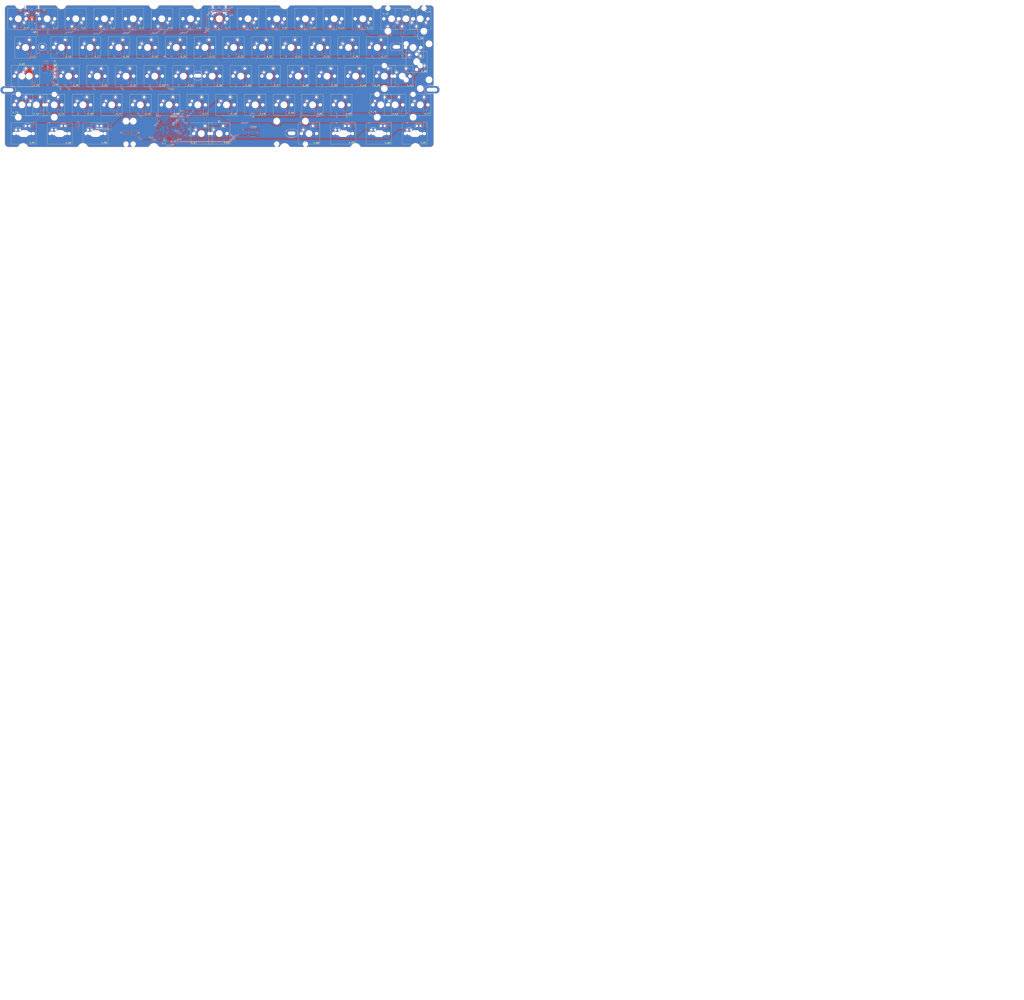
<source format=kicad_pcb>
(kicad_pcb (version 20240108) (generator "pcbnew") (generator_version "8.0")
  (layers (0 "F.Cu" signal) (31 "B.Cu" signal) (34 "B.Paste" user) (35 "F.Paste" user) (36 "B.SilkS" user "B.Silkscreen") (37 "F.SilkS" user "F.Silkscreen") (38 "B.Mask" user) (39 "F.Mask" user) (44 "Edge.Cuts" user))
  (net 0 "")
  (net 1 "Net-(D_0-A)")
  (net 2 "Net-(D_1-A)")
  (net 3 "col0")
  (net 4 "col1")
  (net 5 "col2")
  (net 6 "col3")
  (net 7 "col4")
  (net 8 "col5")
  (net 9 "col6")
  (net 10 "col7")
  (net 11 "col8")
  (net 12 "col9")
  (net 13 "col10")
  (net 14 "col11")
  (net 15 "col12")
  (net 16 "col13")
  (net 17 "col14")
  (net 18 "Net-(D_2-A)")
  (net 19 "Net-(D_3-A)")
  (net 20 "Net-(D_4-A)")
  (net 21 "Net-(D_5-A)")
  (net 22 "Net-(D_6-A)")
  (net 23 "Net-(D_7-A)")
  (net 24 "Net-(D_8-A)")
  (net 25 "Net-(D_9-A)")
  (net 26 "Net-(D_10-A)")
  (net 27 "Net-(D_11-A)")
  (net 28 "Net-(D_12-A)")
  (net 29 "Net-(D_13-A)")
  (net 30 "Net-(D_14-A)")
  (net 31 "Net-(D_15-A)")
  (net 32 "Net-(D_16-A)")
  (net 33 "Net-(D_17-A)")
  (net 34 "Net-(D_18-A)")
  (net 35 "Net-(D_19-A)")
  (net 36 "Net-(D_20-A)")
  (net 37 "Net-(D_21-A)")
  (net 38 "Net-(D_22-A)")
  (net 39 "Net-(D_23-A)")
  (net 40 "Net-(D_24-A)")
  (net 41 "Net-(D_25-A)")
  (net 42 "Net-(D_26-A)")
  (net 43 "Net-(D_27-A)")
  (net 44 "Net-(D_28-A)")
  (net 45 "Net-(D_29-A)")
  (net 46 "Net-(D_30-A)")
  (net 47 "Net-(D_31-A)")
  (net 48 "Net-(D_32-A)")
  (net 49 "Net-(D_33-A)")
  (net 50 "Net-(D_34-A)")
  (net 51 "Net-(D_35-A)")
  (net 52 "Net-(D_36-A)")
  (net 53 "Net-(D_37-A)")
  (net 54 "Net-(D_38-A)")
  (net 55 "Net-(D_39-A)")
  (net 56 "Net-(D_40-A)")
  (net 57 "Net-(D_41-A)")
  (net 58 "Net-(D_42-A)")
  (net 59 "Net-(D_43-A)")
  (net 60 "Net-(D_44-A)")
  (net 61 "Net-(D_45-A)")
  (net 62 "Net-(D_46-A)")
  (net 63 "Net-(D_47-A)")
  (net 64 "Net-(D_48-A)")
  (net 65 "Net-(D_49-A)")
  (net 66 "Net-(D_50-A)")
  (net 67 "Net-(D_51-A)")
  (net 68 "Net-(D_52-A)")
  (net 69 "Net-(D_53-A)")
  (net 70 "Net-(D_54-A)")
  (net 71 "Net-(D_55-A)")
  (net 72 "Net-(D_56-A)")
  (net 73 "Net-(D_57-A)")
  (net 74 "Net-(D_58-A)")
  (net 75 "Net-(D_59-A)")
  (net 76 "Net-(D_60-A)")
  (net 77 "Net-(D_61-A)")
  (net 78 "GND")
  (net 79 "D+")
  (net 80 "D-")
  (net 81 "BOOT0")
  (net 82 "+3V3")
  (net 83 "+5V")
  (net 84 "NRST")
  (net 85 "Net-(R10-Pad1)")
  (net 101 "Net-(J2-CC2)")
  (net 104 "Net-(J2-CC1)")
  (net 105 "row0")
  (net 106 "row1")
  (net 107 "row2")
  (net 108 "row3")
  (net 109 "row4")
  (net 110 "Net-(J1-CC1)")
  (net 111 "Net-(J1-CC2)")
  (net 114 "Net-(D_62-A)")
  (net 115 "Net-(D_63-A)")
  (net 116 "Net-(D_64-A)")
  (net 123 "power")
  (footprint "keyboard_switches:SW_Cherry_MX_PCB_1.00u" (layer "F.Cu") (at 123.825 19.05)
    (property "Reference" "K_21")
    (property "Value" "KEYSW")
  )
  (footprint "keyboard_switches:SW_Cherry_MX_PCB_1.00u" (layer "F.Cu") (at 180.975 19.05)
    (property "Reference" "K_24")
    (property "Value" "KEYSW")
  )
  (footprint "keyboard_switches:SW_Cherry_MX_PCB_1.00u" (layer "F.Cu") (at 171.45 0 180)
    (property "Reference" "K_9")
    (property "Value" "KEYSW")
  )
  (footprint "keyboard_switches:SW_Cherry_MX_PCB_1.50u_x_1.25u" (layer "F.Cu") (at 216.69375 76.2)
    (property "Reference" "K_59")
    (property "Value" "KEYSW")
  )
  (footprint "keyboard_switches:SW_Cherry_MX_PCB_1.00u" (layer "F.Cu") (at 95.25 0 180)
    (property "Reference" "K_5")
    (property "Value" "KEYSW")
  )
  (footprint "keyboard_switches:SW_Cherry_MX_PCB_1.25u_x_1.00u" (layer "F.Cu") (at 240.50625 76.2)
    (property "Reference" "K_60")
    (property "Value" "KEYSW")
  )
  (footprint "keyboard_switches:SW_Cherry_MX_PCB_1.00u" (layer "F.Cu") (at 247.65 0 180)
    (property "Reference" "K_13")
    (property "Value" "KEYSW")
  )
  (footprint "keyboard_switches:SW_Cherry_MX_PCB_1.00u" (layer "F.Cu") (at 38.1 0 180)
    (property "Reference" "K_2")
    (property "Value" "KEYSW")
  )
  (footprint "keyboard_switches:SW_Cherry_MX_PCB_1.00u" (layer "F.Cu") (at 19.05 0 180)
    (property "Reference" "K_1")
    (property "Value" "KEYSW")
  )
  (footprint "keyboard_switches:SW_Cherry_MX_PCB_1.00u" (layer "F.Cu") (at 266.7 57.15)
    (property "Reference" "K_77")
    (property "Value" "KEYSW")
  )
  (footprint "keyboard_switches:SW_Cherry_MX_PCB_1.00u" (layer "F.Cu") (at 219.075 19.05)
    (property "Reference" "K_26")
    (property "Value" "KEYSW")
  )
  (footprint "keyboard_switches:SW_Cherry_MX_PCB_1.00u" (layer "F.Cu") (at 204.7875 38.1)
    (property "Reference" "K_39")
    (property "Value" "KEYSW")
  )
  (footprint "keyboard_switches:SW_Cherry_MX_PCB_1.00u" (layer "F.Cu") (at 133.35 0 180)
    (property "Reference" "K_7")
    (property "Value" "KEYSW")
  )
  (footprint "keyboard_switches:SW_Cherry_MX_PCB_1.00u" (layer "F.Cu") (at 152.4 0 180)
    (property "Reference" "K_8")
    (property "Value" "KEYSW")
  )
  (footprint "keyboard_switches:SW_Cherry_MX_PCB_1.50u_x_1.25u" (layer "F.Cu") (at 264.31875 76.2)
    (property "Reference" "K_61")
    (property "Value" "KEYSW")
  )
  (footprint "keyboard_stabilizer:Stabilizer_Cherry_MX_2.00u" (layer "F.Cu") (at 254.79375 38.1)
    (property "Reference" "S2" (hide yes))
    (property "Value" "MX_stab")
  )
  (footprint "keyboard_switches:SW_Cherry_MX_PCB_1.00u" (layer "F.Cu") (at 33.3375 38.1)
    (property "Reference" "K_30")
    (property "Value" "KEYSW")
  )
  (footprint "keyboard_switches:SW_Cherry_MX_PCB_1.00u" (layer "F.Cu") (at 242.9 38.1)
    (property "Reference" "K_79")
    (property "Value" "KEYSW")
  )
  (footprint "keyboard_switches:SW_Cherry_MX_PCB_1.00u" (layer "F.Cu") (at 0 0 180)
    (property "Reference" "K_0")
    (property "Value" "KEYSW")
  )
  (footprint "keyboard_switches:SW_Cherry_MX_PCB_1.25u" (layer "F.Cu") (at 2.38 57.15)
    (property "Reference" "K_73")
    (property "Value" "KEYSW")
  )
  (footprint "keyboard_switches:SW_Cherry_MX_PCB_1.00u" (layer "F.Cu") (at 200.025 19.05)
    (property "Reference" "K_25")
    (property "Value" "KEYSW")
  )
  (footprint "keyboard_switches:SW_Cherry_MX_PCB_2.25u" (layer "F.Cu") (at 254.79375 38.1)
    (property "Reference" "K_41")
    (property "Value" "KEYSW")
  )
  (footprint "keyboard_switches:SW_Cherry_MX_PCB_1.00u" (layer "F.Cu") (at 157.1625 57.15)
    (property "Reference" "K_49")
    (property "Value" "KEYSW")
  )
  (footprint "keyboard_switches:SW_Cherry_MX_PCB_1.00u" (layer "F.Cu") (at 100.0125 57.15)
    (property "Reference" "K_46")
    (property "Value" "KEYSW")
  )
  (footprint "keyboard_switches:SW_Cherry_MX_PCB_1.00u" (layer "F.Cu") (at 114.3 0 180)
    (property "Reference" "K_6")
    (property "Value" "KEYSW")
  )
  (footprint "keyboard_switches:SW_Cherry_MX_PCB_1.00u" (layer "F.Cu") (at 190.5 0 180)
    (property "Reference" "K_10")
    (property "Value" "KEYSW")
  )
  (footprint "keyboard_stabilizer:Stabilizer_Cherry_MX_6.25u" (layer "F.Cu") (at 121.44375 76.2 180)
    (property "Reference" "S4" (hide yes))
    (property "Value" "MX_stab")
  )
  (footprint "keyboard_switches:SW_Cherry_MX_PCB_2.00u" (layer "F.Cu") (at 257.2 0 180)
    (property "Reference" "K_54")
    (property "Value" "KEYSW")
  )
  (footprint "keyboard_switches:SW_Cherry_MX_PCB_1.00u" (layer "F.Cu") (at 238.125 19.05)
    (property "Reference" "K_27")
    (property "Value" "KEYSW")
  )
  (footprint "keyboard_switches:SW_Cherry_MX_PCB_1.00u" (layer "F.Cu") (at 104.775 19.05)
    (property "Reference" "K_20")
    (property "Value" "KEYSW")
  )
  (footprint "keyboard_stabilizer:Stabilizer_Cherry_MX_2.00u" (layer "F.Cu") (at 11.90625 57.15)
    (property "Reference" "S1" (hide yes))
    (property "Value" "MX_stab")
  )
  (footprint "keyboard_switches:SW_Cherry_MX_PCB_ISOEnter" (layer "F.Cu") (at 264.32 28.57)
    (property "Reference" "K_80")
    (property "Value" "KEYSW")
  )
  (footprint "keyboard_switches:SW_Cherry_MX_PCB_1.00u" (layer "F.Cu") (at 128.5875 38.1)
    (property "Reference" "K_35")
    (property "Value" "KEYSW")
  )
  (footprint "keyboard_switches:SW_Cherry_MX_PCB_1.00u" (layer "F.Cu") (at 166.6875 38.1)
    (property "Reference" "K_37")
    (property "Value" "KEYSW")
  )
  (footprint "keyboard_switches:SW_Cherry_MX_PCB_1.25u_x_1.50u" (layer "F.Cu") (at 2.38125 76.2)
    (property "Reference" "K_64")
    (property "Value" "KEYSW")
  )
  (footprint "keyboard_stabilizer:Stabilizer_Cherry_MX_2.00u" (layer "F.Cu") (at 264.32 28.57 90)
    (property "Reference" "S7" (hide yes))
    (property "Value" "MX_stab")
  )
  (footprint "keyboard_switches:SW_Cherry_MX_PCB_1.00u" (layer "F.Cu") (at 147.6375 38.1)
    (property "Reference" "K_36")
    (property "Value" "KEYSW")
  )
  (footprint "keyboard_switches:SW_Cherry_MX_PCB_1.00u" (layer "F.Cu") (at 28.575 19.05)
    (property "Reference" "K_16")
    (property "Value" "KEYSW")
  )
  (footprint "keyboard_switches:SW_Cherry_MX_PCB_1.00u" (layer "F.Cu") (at 228.6 0 180)
    (property "Reference" "K_12")
    (property "Value" "KEYSW")
  )
  (footprint "keyboard_switches:SW_Cherry_MX_PCB_1.00u" (layer "F.Cu") (at 23.8 57.15)
    (property "Reference" "K_74")
    (property "Value" "KEYSW")
  )
  (footprint "keyboard_switches:SW_Cherry_MX_PCB_1.00u" (layer "F.Cu") (at 80.9625 57.15)
    (property "Reference" "K_45")
    (property "Value" "KEYSW")
  )
  (footprint "keyboard_switches:SW_Cherry_MX_PCB_1.00u" (layer "F.Cu") (at 185.7375 38.1)
    (property "Reference" "K_38")
    (property "Value" "KEYSW")
  )
  (footprint "keyboard_stabilizer:Stabilizer_Cherry_MX_7.00u" (layer "F.Cu") (at 133.35 76.20127 180)
    (property "Reference" "S5")
    (property "Value" "MX_stab")
  )
  (footprint "keyboard_switches:SW_Cherry_MX_PCB_1.25u" (layer "F.Cu") (at 192.88125 76.2)
    (property "Reference" "K_58")
    (property "Value" "KEYSW")
  )
  (footprint "keyboard_stabilizer:Stabilizer_Cherry_MX_2.00u" (layer "F.Cu") (at 250.03125 57.14505)
    (property "Reference" "S3" (hide yes))
    (property "Value" "MX_stab")
  )
  (footprint "keyboard_switches:SW_Cherry_MX_PCB_1.25u_x_1.50u" (layer "F.Cu") (at 50.00625 76.2)
    (property "Reference" "K_56")
    (property "Value" "KEYSW")
  )
  (footprint "keyboard_switches:SW_Cherry_MX_PCB_6.25u" (layer "F.Cu") (at 121.44375 76.2)
    (property "Reference" "K_57")
    (property "Value" "KEYSW")
  )
  (footprint "keyboard_switches:SW_Cherry_MX_PCB_1.00u" (layer "F.Cu") (at 142.875 19.05)
    (property "Reference" "K_22")
    (property "Value" "KEYSW")
  )
  (footprint "keyboard_switches:SW_Cherry_MX_PCB_1.00u" (layer "F.Cu") (at 71.4375 38.1)
    (property "Reference" "K_32")
    (property "Value" "KEYSW")
  )
  (footprint "keyboard_switches:SW_Cherry_MX_PCB_2.75u" (layer "F.Cu") (at 250.03125 57.15)
    (property "Reference" "K_53")
    (property "Value" "KEYSW")
  )
  (footprint "keyboard_switches:SW_Cherry_MX_PCB_1.00u" (layer "F.Cu") (at 161.925 19.05)
    (property "Reference" "K_23")
    (property "Value" "KEYSW")
  )
  (footprint "keyboard_switches:SW_Cherry_MX_PCB_1.00u" (layer "F.Cu") (at 119.0625 57.15)
    (property "Reference" "K_47")
    (property "Value" "KEYSW")
  )
  (footprint "keyboard_switches:SW_Cherry_MX_PCB_1.00u" (layer "F.Cu") (at 109.5375 38.1)
    (property "Reference" "K_34")
    (property "Value" "KEYSW")
  )
  (footprint "keyboard_switches:SW_Cherry_MX_PCB_1.00u" (layer "F.Cu") (at 61.9125 57.15)
    (property "Reference" "K_44")
    (property "Value" "KEYSW")
  )
  (footprint "keyboard_switches:SW_Cherry_MX_PCB_1.00u" (layer "F.Cu") (at 209.55 0 180)
    (property "Reference" "K_11")
    (property "Value" "KEYSW")
  )
  (footprint "keyboard_switches:SW_Cherry_MX_PCB_1.00u" (layer "F.Cu") (at 214.3125 57.15)
    (property "Reference" "K_52")
    (property "Value" "KEYSW")
  )
  (footprint "keyboard_switches:SW_Cherry_MX_PCB_1.00u" (layer "F.Cu") (at 176.2125 57.15)
    (property "Reference" "K_50")
    (property "Value" "KEYSW")
  )
  (footprint "keyboard_switches:SW_Cherry_MX_PCB_1.00u" (layer "F.Cu") (at 266.7 0 180)
    (property "Reference" "K_14")
    (property "Value" "KEYSW")
  )
  (footprint "keyboard_switches:SW_Cherry_MX_PCB_1.00u" (layer "F.Cu") (at 76.2 0 180)
    (property "Reference" "K_4")
    (property "Value" "KEYSW")
  )
  (footprint "keyboard_switches:SW_Cherry_MX_PCB_1.00u" (layer "F.Cu") (at 66.675 19.05)
    (property "Reference" "K_18")
    (property "Value" "KEYSW")
  )
  (footprint "keyboard_switches:SW_Cherry_MX_PCB_1.50u" (layer "F.Cu") (at 261.9375 19.05 180)
    (property "Reference" "K_28")
    (property "Value" "KEYSW")
  )
  (footprint "keyboard_switches:SW_Cherry_MX_PCB_1.00u" (layer "F.Cu") (at 52.3875 38.1)
    (property "Reference" "K_31")
    (property "Value" "KEYSW")
  )
  (footprint "keyboard_switches:SW_Cherry_MX_PCB_1.75u" (layer "F.Cu") (at 240.5 57.15)
    (property "Reference" "K_76")
    (property "Value" "KEYSW")
  )
  (footprint "keyboard_switches:SW_Cherry_MX_PCB_2.25u" (layer "F.Cu") (at 11.90625 57.15)
    (property "Reference" "K_42")
    (property "Value" "KEYSW")
  )
  (footprint "keyboard_stabilizer:Stabilizer_Cherry_MX_2.00u" (layer "F.Cu") (at 257.2 0)
    (property "Reference" "S6" (hide yes))
    (property "Value" "MX_stab")
  )
  (footprint "keyboard_switches:SW_Cherry_MX_PCB_1.00u" (layer "F.Cu") (at 195.2625 57.15)
    (property "Reference" "K_51")
    (property "Value" "KEYSW")
  )
  (footprint "keyboard_switches:SW_Cherry_MX_PCB_1.00u" (layer "F.Cu") (at 138.1125 57.15)
    (property "Reference" "K_48")
    (property "Value" "KEYSW")
  )
  (footprint "keyboard_switches:SW_Cherry_MX_PCB_1.00u" (layer "F.Cu") (at 57.15 0 180)
    (property "Reference" "K_3")
    (property "Value" "KEYSW")
  )
  (footprint "keyboard_switches:SW_Cherry_MX_PCB_1.00u" (layer "F.Cu") (at 223.8375 38.1)
    (property "Reference" "K_40")
    (property "Value" "KEYSW")
  )
  (footprint "keyboard_switches:SW_Cherry_MX_PCB_1.25u" (layer "F.Cu") (at 2.385 38.1)
    (property "Reference" "K_63")
    (property "Value" "KEYSW")
  )
  (footprint "keyboard_switches:SW_Cherry_MX_PCB_1.00u" (layer "F.Cu") (at 90.4875 38.1)
    (property "Reference" "K_33")
    (property "Value" "KEYSW")
  )
  (footprint "keyboard_switches:SW_Cherry_MX_PCB_1.00u" (layer "F.Cu") (at 42.8625 57.15)
    (property "Reference" "K_43")
    (property "Value" "KEYSW")
  )
  (footprint "keyboard_switches:SW_Cherry_MX_PCB_1.50u" (layer "F.Cu") (at 4.7625 19.05)
    (property "Reference" "K_15")
    (property "Value" "KEYSW")
  )
  (footprint "keyboard_switches:SW_Cherry_MX_PCB_1.00u_x_1.25u" (layer "F.Cu") (at 26.2 76.2)
    (property "Reference" "K_55")
    (property "Value" "KEYSW")
  )
  (footprint "keyboard_switches:SW_Cherry_MX_PCB_1.75u" (layer "F.Cu") (at 7.14375 38.1)
    (property "Reference" "K_29")
    (property "Value" "KEYSW")
  )
  (footprint "keyboard_switches:SW_Cherry_MX_PCB_1.00u" (layer "F.Cu") (at 47.625 19.05)
    (property "Reference" "K_17")
    (property "Value" "KEYSW")
  )
  (footprint "keyboard_switches:SW_Cherry_MX_PCB_1.00u" (layer "F.Cu") (at 85.725 19.05)
    (property "Reference" "K_19")
    (property "Value" "KEYSW")
  )
  (footprint "keyboard_switches:SW_Cherry_MX_PCB_7.00u" (layer "F.Cu") (at 133.35 76.20127)
    (property "Reference" "K_62")
    (property "Value" "KEYSW")
  )
  (footprint "custom_components:D_SOD-123_vertical" (layer "B.Cu") (at 246.15 70.699999 -90)
    (property "Reference" "D_60" (hide yes))
    (property "Value" "D")
  )
  (footprint "custom_components:D_SOD-123_vertical" (layer "B.Cu") (at 126.35 23.4 90)
    (property "Reference" "D_21" (hide yes))
    (property "Value" "D")
  )
  (footprint "custom_components:D_SOD-123_vertical" (layer "B.Cu") (at 207.3 42.5 90)
    (property "Reference" "D_39" (hide yes))
    (property "Value" "D")
  )
  (footprint "custom_components:D_SOD-123_vertical" (layer "B.Cu") (at 115 5.425 90)
    (property "Reference" "D_6" (hide yes))
    (property "Value" "D")
  )
  (footprint "custom_components:D_SOD-123_vertical" (layer "B.Cu") (at 240.6 23.4 90)
    (property "Reference" "D_27" (hide yes))
    (property "Value" "D")
  )
  (footprint "Capacitor_SMD:C_0402_1005Metric" (layer "B.Cu") (at 93.213961 66.271825 135)
    (property "Reference" "C19")
    (property "Value" "100nF")
  )
  (footprint "custom_components:D_SOD-123_vertical" (layer "B.Cu") (at 60.5 71.4 90)
    (property "Reference" "D_56" (hide yes))
    (property "Value" "D")
  )
  (footprint "custom_components:D_SOD-123_vertical" (layer "B.Cu") (at 95.95 5.425 90)
    (property "Reference" "D_5" (hide yes))
    (property "Value" "D")
  )
  (footprint "Capacitor_SMD:C_0402_1005Metric" (layer "B.Cu") (at 91.789411 79.739411 -45)
    (property "Reference" "C20")
    (property "Value" "100nF")
  )
  (footprint "custom_components:D_SOD-123_vertical" (layer "B.Cu") (at 226.4 42.5 90)
    (property "Reference" "D_40" (hide yes))
    (property "Value" "D")
  )
  (footprint "custom_components:D_SOD-123_vertical" (layer "B.Cu") (at 159.7 61.4 90)
    (property "Reference" "D_49" (hide yes))
    (property "Value" "D")
  )
  (footprint "Capacitor_SMD:C_0402_1005Metric" (layer "B.Cu") (at 99.7 82.45 -135)
    (property "Reference" "C13")
    (property "Value" "100nF")
  )
  (footprint "custom_components:D_SOD-123_vertical" (layer "B.Cu") (at 102.5 61.4 90)
    (property "Reference" "D_46" (hide yes))
    (property "Value" "D")
  )
  (footprint "custom_components:D_SOD-123_vertical" (layer "B.Cu") (at 191.2 5.425 90)
    (property "Reference" "D_10" (hide yes))
    (property "Value" "D")
  )
  (footprint "custom_components:D_SOD-123_vertical" (layer "B.Cu") (at 264.2 9.4 90)
    (property "Reference" "D_14" (hide yes))
    (property "Value" "D")
  )
  (footprint "Resistor_SMD:R_0603_1608Metric_Pad0.98x0.95mm_HandSolder" (layer "B.Cu") (at 104.545235 80.945235 -45)
    (property "Reference" "R10")
    (property "Value" "5.1k")
  )
  (footprint "custom_mounting_hole:MountingHole_5mmx2.5mm_M2_Pad" (layer "B.Cu") (at 181.35 76 180)
    (property "Reference" "H10" (hide yes))
    (property "Value" "MountingHole_Pad" (hide yes))
  )
  (footprint "custom_components:D_SOD-123_vertical" (layer "B.Cu") (at 57.85 5.425 90)
    (property "Reference" "D_3" (hide yes))
    (property "Value" "D")
  )
  (footprint "custom_mounting_hole:MountingHole_7mmx2.5mm_M2_Pad" (layer "B.Cu") (at 274.5 47.1 180)
    (property "Reference" "H8" (hide yes))
    (property "Value" "MountingHole_Pad" (hide yes))
  )
  (footprint "Resistor_SMD:R_0603_1608Metric_Pad0.98x0.95mm_HandSolder" (layer "B.Cu") (at 141.425 -5.625)
    (property "Reference" "R3")
    (property "Value" "5.1k")
  )
  (footprint "Capacitor_SMD:C_0402_1005Metric" (layer "B.Cu") (at 112.394147 76.519813 -135)
    (property "Reference" "C14")
    (property "Value" "1uF")
  )
  (footprint "custom_components:D_SOD-123_vertical" (layer "B.Cu") (at 50.15 23.4 90)
    (property "Reference" "D_17" (hide yes))
    (property "Value" "D")
  )
  (footprint "Resistor_SMD:R_0603_1608Metric_Pad0.98x0.95mm_HandSolder" (layer "B.Cu") (at 141.425 -4.05 180)
    (property "Reference" "R4")
    (property "Value" "5.1k")
  )
  (footprint "Fuse:Fuse_1206_3216Metric" (layer "B.Cu") (at 23.3 42.3)
    (property "Reference" "F1")
    (property "Value" "500mA")
  )
  (footprint "custom_components:D_SOD-123_vertical" (layer "B.Cu") (at 121.6 61.4 90)
    (property "Reference" "D_47" (hide yes))
    (property "Value" "D")
  )
  (footprint "custom_components:D_SOD-123_vertical" (layer "B.Cu") (at 172.15 5.425 90)
    (property "Reference" "D_9" (hide yes))
    (property "Value" "D")
  )
  (footprint "custom_components:D_SOD-123_vertical" (layer "B.Cu") (at 198.6 70.699999 -90)
    (property "Reference" "D_58" (hide yes))
    (property "Value" "D")
  )
  (footprint "custom_components:D_SOD-123_vertical" (layer "B.Cu") (at 38.8 5.425 90)
    (property "Reference" "D_2" (hide yes))
    (property "Value" "D")
  )
  (footprint "custom_components:D_SOD-123_vertical" (layer "B.Cu") (at 169.2 42.5 90)
    (property "Reference" "D_37" (hide yes))
    (property "Value" "D")
  )
  (footprint "custom_components:D_SOD-123_vertical" (layer "B.Cu") (at 253.4 60.8 90)
    (property "Reference" "D_53" (hide yes))
    (property "Value" "D")
  )
  (footprint "custom_components:D_SOD-123_vertical" (layer "B.Cu") (at 150.2 42.5 90)
    (property "Reference" "D_36" (hide yes))
    (property "Value" "D")
  )
  (footprint "Connector_PinHeader_2.54mm:PinHeader_1x04_P2.54mm_Vertical" (layer "B.Cu") (at 24.2 31 180)
    (property "Reference" "J8")
    (property "Value" "Conn_01x04_Socket")
  )
  (footprint "Resistor_SMD:R_0603_1608Metric_Pad0.98x0.95mm_HandSolder" (layer "B.Cu") (at 103.4 82.1 -45)
    (property "Reference" "R9")
    (property "Value" "5.1k")
  )
  (footprint "custom_components:D_SOD-123_vertical" (layer "B.Cu") (at 246.3 42 90)
    (property "Reference" "D_41" (hide yes))
    (property "Value" "D")
  )
  (footprint "Capacitor_SMD:C_0402_1005Metric" (layer "B.Cu") (at 90.385534 78.35 135)
    (property "Reference" "C15")
    (property "Value" "100nF")
  )
  (footprint "Capacitor_SMD:C_0402_1005Metric" (layer "B.Cu") (at 108.3 74.25 45)
    (property "Reference" "C17")
    (property "Value" "1uF")
  )
  (footprint "custom_components:D_SOD-123_vertical" (layer "B.Cu") (at 31.1 23.4 90)
    (property "Reference" "D_16" (hide yes))
    (property "Value" "D")
  )
  (footprint "custom_components:D_SOD-123_vertical" (layer "B.Cu") (at 153.1 5.425 90)
    (property "Reference" "D_8" (hide yes))
    (property "Value" "D")
  )
  (footprint "custom_components:D_SOD-123_vertical" (layer "B.Cu") (at 188.3 42.5 90)
    (property "Reference" "D_38" (hide yes))
    (property "Value" "D")
  )
  (footprint "Package_QFP:LQFP-48_7x7mm_P0.5mm" (layer "B.Cu") (at 97.103048 74.05 45)
    (property "Reference" "U3")
    (property "Value" "STM32F072C8Tx")
  )
  (footprint "custom_components:D_SOD-123_vertical" (layer "B.Cu") (at 140.7 61.4 90)
    (property "Reference" "D_48" (hide yes))
    (property "Value" "D")
  )
  (footprint "Resistor_SMD:R_0603_1608Metric_Pad0.98x0.95mm_HandSolder" (layer "B.Cu") (at 17.175 -4.375 180)
    (property "Reference" "R2")
    (property "Value" "5.1k")
  )
  (footprint "custom_mounting_hole:MountingHole_2.5mm_M2_Pad" (layer "B.Cu") (at 16.05 18.7 180)
    (property "Reference" "H12" (hide yes))
    (property "Value" "MountingHole_Pad" (hide yes))
  )
  (footprint "custom_components:D_SOD-123_vertical" (layer "B.Cu") (at 54.95 42.5 90)
    (property "Reference" "D_31" (hide yes))
    (property "Value" "D")
  )
  (footprint "custom_components:D_SOD-123_vertical" (layer "B.Cu") (at 139.1 69.4 -90)
    (property "Reference" "D_57" (hide yes))
    (property "Value" "D")
  )
  (footprint "TestPoint:TestPoint_Pad_3.0x3.0mm" (layer "B.Cu") (at 76.85 75.65 -90)
    (property "Reference" "J6")
    (property "Value" "Conn_01x01")
  )
  (footprint "Capacitor_SMD:C_0402_1005Metric" (layer "B.Cu") (at 104.85 70.9 45)
    (property "Reference" "C18")
    (property "Value" "100nF")
  )
  (footprint "Resistor_SMD:R_0603_1608Metric_Pad0.98x0.95mm_HandSolder" (layer "B.Cu") (at 1.3 -3.975 180)
    (property "Reference" "R1")
    (property "Value" "5.1k")
  )
  (footprint "custom_components:D_SOD-123_vertical" (layer "B.Cu") (at 13.4 5.4 90)
    (property "Reference" "D_1" (hide yes))
    (property "Value" "D")
  )
  (footprint "Connector_Molex:Molex_Pico-EZmate_78171-0004_1x04-1MP_P1.20mm_Vertical" (layer "B.Cu") (at 19 32.8 -90)
    (property "Reference" "J4")
    (property "Value" "Conn_01x04_MountingPin")
  )
  (footprint "custom_components:D_SOD-123_vertical" (layer "B.Cu") (at 93.1 42.5 90)
    (property "Reference" "D_33" (hide yes))
    (property "Value" "D")
  )
  (footprint "custom_components:D_SOD-123_vertical" (layer "B.Cu") (at 269.9 70.699999 -90)
    (property "Reference" "D_61" (hide yes))
    (property "Value" "D")
  )
  (footprint "custom_components:D_SOD-123_vertical" (layer "B.Cu") (at 39.37 70.699999 -90)
    (property "Reference" "D_55" (hide yes))
    (property "Value" "D")
  )
  (footprint "custom_components:D_SOD-123_vertical" (layer "B.Cu") (at 9.7 42.5 90)
    (property "Reference" "D_29" (hide yes))
    (property "Value" "D")
  )
  (footprint "custom_components:D_SOD-123_vertical" (layer "B.Cu") (at 45.4 61.4 90)
    (property "Reference" "D_43" (hide yes))
    (property "Value" "D")
  )
  (footprint "TestPoint:TestPoint_Pad_3.0x3.0mm" (layer "B.Cu") (at 71.599999 75.65 -90)
    (property "Reference" "J5")
    (property "Value" "Conn_01x01")
  )
  (footprint "custom_components:D_SOD-123_vertical" (layer "B.Cu") (at 262.8 42 90)
    (property "Reference" "D_64" (hide yes))
    (property "Value" "D")
  )
  (footprint "custom_components:D_SOD-123_vertical" (layer "B.Cu") (at 74 42.5 90)
    (property "Reference" "D_32" (hide yes))
    (property "Value" "D")
  )
  (footprint "Button_Switch_SMD:SW_SPST_TL3342" (layer "B.Cu") (at 155.75 75.5 180)
    (property "Reference" "BOOT1")
    (property "Value" "SW_SPST")
  )
  (footprint "custom_components:D_SOD-123_vertical" (layer "B.Cu") (at 221.6 23.4 90)
    (property "Reference" "D_26" (hide yes))
    (property "Value" "D")
  )
  (footprint "Capacitor_SMD:C_0402_1005Metric" (layer "B.Cu") (at 93.875 81.825 -45)
    (property "Reference" "C16")
    (property "Value" "100nF")
  )
  (footprint "custom_components:D_SOD-123_vertical" (layer "B.Cu") (at 222.4 70.699999 -90)
    (property "Reference" "D_59" (hide yes))
    (property "Value" "D")
  )
  (footprint "custom_components:D_SOD-123_vertical" (layer "B.Cu") (at 69.2 23.4 90)
    (property "Reference" "D_18" (hide yes))
    (property "Value" "D")
  )
  (footprint "custom_components:D_SOD-123_vertical" (layer "B.Cu") (at 183.5 23.4 90)
    (property "Reference" "D_24" (hide yes))
    (property "Value" "D")
  )
  (footprint "custom_components:D_SOD-123_vertical" (layer "B.Cu") (at 35.9 42.5 90)
    (property "Reference" "D_30" (hide yes))
    (property "Value" "D")
  )
  (footprint "Capacitor_SMD:C_0603_1608Metric" (layer "B.Cu") (at 105.848008 72.201992 45)
    (property "Reference" "C12")
    (property "Value" "10uF")
  )
  (footprint "custom_components:D_SOD-123_vertical" (layer "B.Cu") (at 83.5 61.4 90)
    (property "Reference" "D_45" (hide yes))
    (property "Value" "D")
  )
  (footprint "Capacitor_SMD:C_0402_1005Metric" (layer "B.Cu") (at 109.260589 70.489411 -135)
    (property "Reference" "C11")
    (property "Value" "100nF")
  )
  (footprint "custom_components:D_SOD-123_vertical" (layer "B.Cu") (at 216.85 61.4 90)
    (property "Reference" "D_52" (hide yes))
    (property "Value" "D")
  )
  (footprint "custom_mounting_hole:MountingHole_5mmx2.5mm_M2_Pad" (layer "B.Cu") (at 250.9 18.7 180)
    (property "Reference" "H11" (hide yes))
    (property "Value" "MountingHole_Pad" (hide yes))
  )
  (footprint "custom_components:D_SOD-123_vertical" (layer "B.Cu") (at 197.8 61.4 90)
    (property "Reference" "D_51" (hide yes))
    (property "Value" "D")
  )
  (footprint "custom_mounting_hole:MountingHole_7mmx2.5mm_M2_Pad" (layer "B.Cu") (at -6.9 47.3 180)
    (property "Reference" "H7" (hide yes))
    (property "Value" "MountingHole_Pad" (hide yes))
  )
  (footprint "custom_components:D_SOD-123_vertical" (layer "B.Cu") (at 107.3 23.4 90)
    (property "Reference" "D_20" (hide yes))
    (property "Value" "D")
  )
  (footprint "custom_components:USB_C_Receptacle_G-Switch_GT-USB-7010ASV_custom" (layer "B.Cu") (at 133.35 -6.5)
    (property "Reference" "J2")
    (property "Value" "USB_C_Receptacle_USB2.0_16P")
  )
  (footprint "Package_TO_SOT_SMD:SOT-23-3" (layer "B.Cu") (at 110.338235 75.393745 45)
    (property "Reference" "U1")
    (property "Value" "XC6206PxxxMR")
  )
  (footprint "custom_components:D_SOD-123_vertical" (layer "B.Cu") (at 27.2 60.8 90)
    (property "Reference" "D_42" (hide yes))
    (property "Value" "D")
  )
  (footprint "custom_mounting_hole:MountingHole_7mm_2.5mm_M2_Pad" (layer "B.Cu") (at 119.05 37.8 180)
    (property "Reference" "H9" (hide yes))
    (property "Value" "MountingHole_Pad" (hide yes))
  )
  (footprint "custom_components:D_SOD-123_vertical" (layer "B.Cu") (at 15.8 60.8 90)
    (property "Reference" "D_62" (hide yes))
    (property "Value" "D")
  )
  (footprint "custom_components:USB_C_Receptacle_G-Switch_GT-USB-7010ASV_custom" (layer "B.Cu") (at 9.05 -6.3)
    (property "Reference" "J1")
    (property "Value" "USB_C_Receptacle_USB2.0_16P")
  )
  (footprint "custom_components:D_SOD-123_vertical" (layer "B.Cu") (at 7.35 23.475 90)
    (property "Reference" "D_15" (hide yes))
    (property "Value" "D")
  )
  (footprint "custom_components:D_SOD-123_vertical" (layer "B.Cu") (at 0.7 5.425 90)
    (property "Reference" "D_0" (hide yes))
    (property "Value" "D")
  )
  (footprint "custom_components:D_SOD-123_vertical" (layer "B.Cu") (at 270 60.8 90)
    (property "Reference" "D_63" (hide yes))
    (property "Value" "D")
  )
  (footprint "custom_components:D_SOD-123_vertical" (layer "B.Cu") (at 10.92 70.699999 -90)
    (property "Reference" "D_54" (hide yes))
    (property "Value" "D")
  )
  (footprint "custom_components:D_SOD-123_vertical" (layer "B.Cu") (at 64.45 61.4 90)
    (property "Reference" "D_44" (hide yes))
    (property "Value" "D")
  )
  (footprint "custom_components:D_SOD-123_vertical" (layer "B.Cu") (at 202.55 23.4 90)
    (property "Reference" "D_25" (hide yes))
    (property "Value" "D")
  )
  (footprint "custom_components:D_SOD-123_vertical" (layer "B.Cu") (at 164.45 23.4 90)
    (property "Reference" "D_23" (hide yes))
    (property "Value" "D")
  )
  (footprint "custom_components:D_SOD-123_vertical" (layer "B.Cu") (at 178.75 61.4 90)
    (property "Reference" "D_50" (hide yes))
    (property "Value" "D")
  )
  (footprint "custom_components:D_SOD-123_vertical" (layer "B.Cu") (at 256.45 23.5 90)
    (property "Reference" "D_28" (hide yes))
    (property "Value" "D")
  )
  (footprint "custom_components:D_SOD-123_vertical" (layer "B.Cu") (at 88.25 23.4 90)
    (property "Reference" "D_19" (hide yes))
    (property "Value" "D")
  )
  (footprint "custom_components:D_SOD-123_vertical" (layer "B.Cu") (at 229.3 5.425 90)
    (property "Reference" "D_12" (hide yes))
    (property "Value" "D")
  )
  (footprint "custom_components:D_SOD-123_vertical" (layer "B.Cu") (at 145.4 23.4 90)
    (property "Reference" "D_22" (hide yes))
    (property "Value" "D")
  )
  (footprint "custom_components:D_SOD-123_vertical" (layer "B.Cu") (at 76.9 5.425 90)
    (property "Reference" "D_4" (hide yes))
    (property "Value" "D")
  )
  (footprint "Package_TO_SOT_SMD:SOT-143" (layer "B.Cu") (at 107.25 69.2 45)
    (property "Reference" "U4")
    (property "Value" "PRTR5V0U2X")
  )
  (footprint "custom_components:D_SOD-123_vertical" (layer "B.Cu") (at 134.05 5.425 90)
    (property "Reference" "D_7" (hide yes))
    (property "Value" "D")
  )
  (footprint "custom_components:D_SOD-123_vertical" (layer "B.Cu") (at 131.1 42.5 90)
    (property "Reference" "D_35" (hide yes))
    (property "Value" "D")
  )
  (footprint "custom_components:D_SOD-123_vertical" (layer "B.Cu") (at 210.25 5.425 90)
    (property "Reference" "D_11" (hide yes))
    (property "Value" "D")
  )
  (footprint "custom_components:D_SOD-123_vertical" (layer "B.Cu") (at 254.7 9.4 90)
    (property "Reference" "D_13" (hide yes))
    (property "Value" "D")
  )
  (footprint "custom_components:D_SOD-123_vertical" (layer "B.Cu") (at 112.1 42.5 90)
    (property "Reference" "D_34" (hide yes))
    (property "Value" "D")
  )
  (gr_arc (start 3.943071 -8.193544) (mid 1.15 -6.499998) (end -1.643071 -8.193545) (stroke (width 0.2)) (layer "Edge.Cuts"))
  (gr_arc (start 221.044429 84.393548) (mid 220.492108 84.982636) (end 219.714395 85.2) (stroke (width 0.2)) (layer "Edge.Cuts"))
  (gr_arc (start 173.956928 84.393543) (mid 173.404608 84.982632) (end 172.626895 85.199995) (stroke (width 0.2)) (layer "Edge.Cuts"))
  (gr_arc (start 234.001894 -9) (mid 234.779624 -8.782649) (end 235.331929 -8.193549) (stroke (width 0.2)) (layer "Edge.Cuts"))
  (gr_line (start 273.45 -9) (end 267.673132 -8.999779) (stroke (width 0.2)) (layer "Edge.Cuts"))
  (gr_line (start 172.626895 85.199995) (end 94.073105 85.199995) (stroke (width 0.2)) (layer "Edge.Cuts"))
  (gr_line (start -9 -6.75) (end -9 82.95) (stroke (width 0.2)) (layer "Edge.Cuts"))
  (gr_arc (start 273.45 -9) (mid 275.04099 -8.34099) (end 275.7 -6.75) (stroke (width 0.2)) (layer "Edge.Cuts"))
  (gr_line (start -0.973106 85.199996) (end -6.75 85.2) (stroke (width 0.2)) (layer "Edge.Cuts"))
  (gr_arc (start 31.368071 -8.193548) (mid 28.575 -6.5) (end 25.781929 -8.193549) (stroke (width 0.2)) (layer "Edge.Cuts"))
  (gr_arc (start 0.356929 84.393544) (mid 3.15 82.699998) (end 5.943071 84.393545) (stroke (width 0.2)) (layer "Edge.Cuts"))
  (gr_line (start 259.42692 -8.999779) (end 242.248106 -9) (stroke (width 0.2)) (layer "Edge.Cuts"))
  (gr_line (start 219.714395 85.2) (end 180.873107 85.199995) (stroke (width 0.2)) (layer "Edge.Cuts"))
  (gr_line (start 85.826893 85.199995) (end 46.985606 85.2) (stroke (width 0.2)) (layer "Edge.Cuts"))
  (gr_arc (start 240.918071 -8.193548) (mid 238.125 -6.5) (end 235.331929 -8.193549) (stroke (width 0.2)) (layer "Edge.Cuts"))
  (gr_line (start 234.001894 -9) (end 180.873105 -8.999995) (stroke (width 0.2)) (layer "Edge.Cuts"))
  (gr_arc (start 87.156928 84.393543) (mid 89.95 82.699997) (end 92.74307 84.393544) (stroke (width 0.2)) (layer "Edge.Cuts"))
  (gr_arc (start 40.069429 84.393548) (mid 39.517108 84.982636) (end 38.739395 85.2) (stroke (width 0.2)) (layer "Edge.Cuts"))
  (gr_line (start 85.826894 -8.999996) (end 32.698106 -9) (stroke (width 0.2)) (layer "Edge.Cuts"))
  (gr_line (start 259.426895 85.199995) (end 227.960606 85.2) (stroke (width 0.2)) (layer "Edge.Cuts"))
  (gr_arc (start 173.95693 84.393543) (mid 176.750001 82.699999) (end 179.543072 84.393544) (stroke (width 0.2)) (layer "Edge.Cuts"))
  (gr_arc (start 87.156926 84.393543) (mid 86.604606 84.982632) (end 85.826893 85.199995) (stroke (width 0.2)) (layer "Edge.Cuts"))
  (gr_arc (start 94.073105 85.199995) (mid 93.295404 84.982626) (end 92.74307 84.393544) (stroke (width 0.2)) (layer "Edge.Cuts"))
  (gr_arc (start 114.939394 -9) (mid 115.717096 -8.782632) (end 116.269429 -8.193549) (stroke (width 0.2)) (layer "Edge.Cuts"))
  (gr_arc (start -6.75 85.2) (mid -8.34099 84.54099) (end -9 82.95) (stroke (width 0.2)) (layer "Edge.Cuts"))
  (gr_arc (start 260.756928 84.393543) (mid 260.204608 84.982632) (end 259.426895 85.199995) (stroke (width 0.2)) (layer "Edge.Cuts"))
  (gr_arc (start 7.273106 85.199996) (mid 6.495405 84.982628) (end 5.943071 84.393545) (stroke (width 0.2)) (layer "Edge.Cuts"))
  (gr_line (start 24.451894 -9) (end 5.273106 -8.999996) (stroke (width 0.2)) (layer "Edge.Cuts"))
  (gr_arc (start 31.368072 -8.193548) (mid 31.920393 -8.782636) (end 32.698106 -9) (stroke (width 0.2)) (layer "Edge.Cuts"))
  (gr_arc (start 92.743071 -8.193544) (mid 89.95 -6.499998) (end 87.156929 -8.193545) (stroke (width 0.2)) (layer "Edge.Cuts"))
  (gr_arc (start 259.42692 -8.999779) (mid 260.20467 -8.782467) (end 260.756955 -8.193328) (stroke (width 0.2)) (layer "Edge.Cuts"))
  (gr_arc (start 240.918072 -8.193548) (mid 241.470393 -8.782636) (end 242.248106 -9) (stroke (width 0.2)) (layer "Edge.Cuts"))
  (gr_arc (start 260.75693 84.393543) (mid 263.550001 82.699999) (end 266.343072 84.393544) (stroke (width 0.2)) (layer "Edge.Cuts"))
  (gr_arc (start 24.451894 -9) (mid 25.229596 -8.782632) (end 25.781929 -8.193549) (stroke (width 0.2)) (layer "Edge.Cuts"))
  (gr_arc (start 40.069428 84.393548) (mid 42.8625 82.699999) (end 45.655572 84.393548) (stroke (width 0.2)) (layer "Edge.Cuts"))
  (gr_arc (start 46.985606 85.2) (mid 46.20789 84.982641) (end 45.655572 84.393548) (stroke (width 0.2)) (layer "Edge.Cuts"))
  (gr_line (start 114.939394 -9) (end 94.073106 -8.999996) (stroke (width 0.2)) (layer "Edge.Cuts"))
  (gr_arc (start 180.873107 85.199995) (mid 180.095405 84.982627) (end 179.543072 84.393544) (stroke (width 0.2)) (layer "Edge.Cuts"))
  (gr_arc (start 121.855572 -8.193548) (mid 122.407893 -8.782636) (end 123.185606 -9) (stroke (width 0.2)) (layer "Edge.Cuts"))
  (gr_arc (start 267.673107 85.199995) (mid 266.895377 84.982644) (end 266.343072 84.393544) (stroke (width 0.2)) (layer "Edge.Cuts"))
  (gr_arc (start 92.743072 -8.193544) (mid 93.295392 -8.782633) (end 94.073106 -8.999996) (stroke (width 0.2)) (layer "Edge.Cuts"))
  (gr_arc (start 3.943072 -8.193544) (mid 4.495392 -8.782633) (end 5.273106 -8.999996) (stroke (width 0.2)) (layer "Edge.Cuts"))
  (gr_line (start 172.626893 -8.999995) (end 123.185606 -9) (stroke (width 0.2)) (layer "Edge.Cuts"))
  (gr_arc (start 0.356927 84.393544) (mid -0.195393 84.982633) (end -0.973106 85.199996) (stroke (width 0.2)) (layer "Edge.Cuts"))
  (gr_arc (start 179.543071 -8.193543) (mid 180.095391 -8.782633) (end 180.873105 -8.999995) (stroke (width 0.2)) (layer "Edge.Cuts"))
  (gr_arc (start -9 -6.75) (mid -8.34099 -8.34099) (end -6.75 -9) (stroke (width 0.2)) (layer "Edge.Cuts"))
  (gr_line (start -2.973106 -8.999996) (end -6.75 -9) (stroke (width 0.2)) (layer "Edge.Cuts"))
  (gr_line (start 275.7 82.95) (end 275.7 -6.75) (stroke (width 0.2)) (layer "Edge.Cuts"))
  (gr_arc (start 172.626893 -8.999995) (mid 173.404595 -8.782627) (end 173.956928 -8.193544) (stroke (width 0.2)) (layer "Edge.Cuts"))
  (gr_arc (start 227.960606 85.2) (mid 227.18289 84.982641) (end 226.630572 84.393548) (stroke (width 0.2)) (layer "Edge.Cuts"))
  (gr_line (start 273.45 85.2) (end 267.673107 85.199995) (stroke (width 0.2)) (layer "Edge.Cuts"))
  (gr_arc (start 266.343097 -8.193327) (mid 263.550012 -6.499768) (end 260.756955 -8.193328) (stroke (width 0.2)) (layer "Edge.Cuts"))
  (gr_arc (start -2.973106 -8.999996) (mid -2.195405 -8.782628) (end -1.643071 -8.193545) (stroke (width 0.2)) (layer "Edge.Cuts"))
  (gr_arc (start 275.7 82.95) (mid 275.04099 84.54099) (end 273.45 85.2) (stroke (width 0.2)) (layer "Edge.Cuts"))
  (gr_line (start 38.739395 85.2) (end 7.273106 85.199996) (stroke (width 0.2)) (layer "Edge.Cuts"))
  (gr_arc (start 121.855571 -8.193548) (mid 119.0625 -6.5) (end 116.269429 -8.193549) (stroke (width 0.2)) (layer "Edge.Cuts"))
  (gr_arc (start 266.343098 -8.193327) (mid 266.895418 -8.782413) (end 267.673132 -8.999779) (stroke (width 0.2)) (layer "Edge.Cuts"))
  (gr_arc (start 85.826894 -8.999996) (mid 86.604595 -8.782628) (end 87.156929 -8.193545) (stroke (width 0.2)) (layer "Edge.Cuts"))
  (gr_arc (start 221.044428 84.393548) (mid 223.8375 82.699999) (end 226.630572 84.393548) (stroke (width 0.2)) (layer "Edge.Cuts"))
  (gr_arc (start 179.54307 -8.193543) (mid 176.749999 -6.499999) (end 173.956928 -8.193544) (stroke (width 0.2)) (layer "Edge.Cuts"))
  (segment (start -2.54 5.08) (end -0.655 5.08) (width 0.3) (layer "B.Cu") (net 1))
  (segment (start -0.655 5.08) (end 0.7 3.725) (width 0.3) (layer "B.Cu") (net 1))
  (segment (start 15.13 3.7) (end 13.4 3.7) (width 0.3) (layer "B.Cu") (net 2))
  (segment (start 16.51 5.08) (end 15.13 3.7) (width 0.3) (layer "B.Cu") (net 2))
  (segment (start -0.6 42.8) (end -0.6 36.385) (width 0.3) (layer "F.Cu") (net 3))
  (segment (start -0.6 36.385) (end -1.425 35.56) (width 0.3) (layer "F.Cu") (net 3))
  (segment (start 18.2 80.15) (end 81.5 80.15) (width 0.3) (layer "F.Cu") (net 3))
  (segment (start 2.202499 34.428749) (end 3.33375 35.56) (width 0.3) (layer "F.Cu") (net 3))
  (segment (start 0.97125 73.66) (end 11.71 73.66) (width 0.3) (layer "F.Cu") (net 3))
  (segment (start -1.42875 73.66) (end -3.5 71.58875) (width 0.3) (layer "F.Cu") (net 3))
  (segment (start 81.5 80.15) (end 90.65 71) (width 0.3) (layer "F.Cu") (net 3))
  (segment (start -3.5 71.58875) (end -3.5 63) (width 0.3) (layer "F.Cu") (net 3))
  (segment (start 2.202499 17.759999) (end 2.202499 34.428749) (width 0.3) (layer "F.Cu") (net 3))
  (segment (start -1.43 54.61) (end -0.61 54.61) (width 0.3) (layer "F.Cu") (net 3))
  (segment (start -0.61 54.61) (end 2.5 51.5) (width 0.3) (layer "F.Cu") (net 3))
  (segment (start 11.71 73.66) (end 18.2 80.15) (width 0.3) (layer "F.Cu") (net 3))
  (segment (start -1.42875 73.66) (end 0.9525 73.66) (width 0.3) (layer "F.Cu") (net 3))
  (segment (start -0.6 60.1) (end -0.6 55.44) (width 0.3) (layer "F.Cu") (net 3))
  (segment (start -3.5 63) (end -0.6 60.1) (width 0.3) (layer "F.Cu") (net 3))
  (segment (start 3.81 2.54) (end 3.81 13.6525) (width 0.3) (layer "F.Cu") (net 3))
  (segment (start 0.9525 16.51) (end 2.202499 17.759999) (width 0.3) (layer "F.Cu") (net 3))
  (segment (start -0.6 55.44) (end -1.43 54.61) (width 0.3) (layer "F.Cu") (net 3))
  (segment (start 2.5 45.9) (end -0.6 42.8) (width 0.3) (layer "F.Cu") (net 3))
  (segment (start 3.81 13.6525) (end 0.9525 16.51) (width 0.3) (layer "F.Cu") (net 3))
  (segment (start 2.5 51.5) (end 2.5 45.9) (width 0.3) (layer "F.Cu") (net 3))
  (via (at 90.65 71) (size 0.4) (drill 0.2) (layers "F.Cu" "B.Cu") (net 3))
  (segment (start -1.43 54.61) (end 8.09625 54.61) (width 0.3) (layer "B.Cu") (net 3))
  (segment (start 93.275833 71.990551) (end 92.285282 71) (width 0.3) (layer "B.Cu") (net 3))
  (segment (start 3.33375 35.56) (end -1.425 35.56) (width 0.3) (layer "B.Cu") (net 3))
  (segment (start 92.285282 71) (end 90.65 71) (width 0.3) (layer "B.Cu") (net 3))
  (segment (start 38.217893 73.325) (end 25.125 73.325) (width 0.3) (layer "F.Cu") (net 4))
  (segment (start 81.1 79.65) (end 44.542893 79.65) (width 0.3) (layer "F.Cu") (net 4))
  (segment (start 44.542893 79.65) (end 38.217893 73.325) (width 0.3) (layer "F.Cu") (net 4))
  (segment (start 20.575 71.845) (end 22.39 73.66) (width 0.3) (layer "F.Cu") (net 4))
  (segment (start 25.125 73.325) (end 24.79 73.66) (width 0.3) (layer "F.Cu") (net 4))
  (segment (start 91.2 70.45) (end 90.3 70.45) (width 0.3) (layer "F.Cu") (net 4))
  (segment (start 19.55 5.85) (end 19.55 54.17) (width 0.3) (layer "F.Cu") (net 4))
  (segment (start 19.55 54.17) (end 19.99 54.61) (width 0.3) (layer "F.Cu") (net 4))
  (segment (start 20.575 55.195) (end 20.575 71.845) (width 0.3) (layer "F.Cu") (net 4))
  (segment (start 19.99 54.61) (end 20.575 55.195) (width 0.3) (layer "F.Cu") (net 4))
  (segment (start 22.86 2.54) (end 19.55 5.85) (width 0.3) (layer "F.Cu") (net 4))
  (segment (start 90.3 70.45) (end 81.1 79.65) (width 0.3) (layer "F.Cu") (net 4))
  (via (at 91.2 70.45) (size 0.4) (drill 0.2) (layers "F.Cu" "B.Cu") (net 4))
  (segment (start 93.629386 71.636998) (end 92.946194 70.953806) (width 0.3) (layer "B.Cu") (net 4))
  (segment (start 92.442388 70.45) (end 91.2 70.45) (width 0.3) (layer "B.Cu") (net 4))
  (segment (start 92.946194 70.953806) (end 92.442388 70.45) (width 0.3) (layer "B.Cu") (net 4))
  (segment (start 80.707106 79.15) (end 44.75 79.15) (width 0.3) (layer "F.Cu") (net 5))
  (segment (start 30.1 43.15) (end 39.0525 52.1025) (width 0.3) (layer "F.Cu") (net 5))
  (segment (start 41.91 2.54) (end 35.575 8.875) (width 0.3) (layer "F.Cu") (net 5))
  (segment (start 39.0525 52.1025) (end 39.0525 54.61) (width 0.3) (layer "F.Cu") (net 5))
  (segment (start 89.957106 69.9) (end 80.707106 79.15) (width 0.3) (layer "F.Cu") (net 5))
  (segment (start 25.6 17.345) (end 25.6 31.6325) (width 0.3) (layer "F.Cu") (net 5))
  (segment (start 32.4 8.875) (end 24.765 16.51) (width 0.3) (layer "F.Cu") (net 5))
  (segment (start 44.75 79.15) (end 39.55 73.95) (width 0.3) (layer "F.Cu") (net 5))
  (segment (start 24.765 16.51) (end 25.6 17.345) (width 0.3) (layer "F.Cu") (net 5))
  (segment (start 30.1 36.1325) (end 30.1 43.15) (width 0.3) (layer "F.Cu") (net 5))
  (segment (start 39.55 55.1075) (end 39.0525 54.61) (width 0.3) (layer "F.Cu") (net 5))
  (segment (start 39.55 73.95) (end 39.55 55.1075) (width 0.3) (layer "F.Cu") (net 5))
  (segment (start 29.5275 35.56) (end 30.1 36.1325) (width 0.3) (layer "F.Cu") (net 5))
  (segment (start 91.75 69.9) (end 89.957106 69.9) (width 0.3) (layer "F.Cu") (net 5))
  (segment (start 35.575 8.875) (end 32.4 8.875) (width 0.3) (layer "F.Cu") (net 5))
  (segment (start 25.6 31.6325) (end 29.5275 35.56) (width 0.3) (layer "F.Cu") (net 5))
  (via (at 91.75 69.9) (size 0.4) (drill 0.2) (layers "F.Cu" "B.Cu") (net 5))
  (segment (start 93.982939 71.283445) (end 92.599494 69.9) (width 0.3) (layer "B.Cu") (net 5))
  (segment (start 92.599494 69.9) (end 91.75 69.9) (width 0.3) (layer "B.Cu") (net 5))
  (segment (start 55.415 54.61) (end 58.1025 54.61) (width 0.3) (layer "F.Cu") (net 6))
  (segment (start 53.275 10.225) (end 50.1 10.225) (width 0.3) (layer "F.Cu") (net 6))
  (segment (start 48.5775 35.56) (end 49.827499 36.809999) (width 0.3) (layer "F.Cu") (net 6))
  (segment (start 60.96 2.54) (end 53.275 10.225) (width 0.3) (layer "F.Cu") (net 6))
  (segment (start 60.6 73) (end 66.25 78.65) (width 0.3) (layer "F.Cu") (net 6))
  (segment (start 49.25625 73) (end 60.6 73) (width 0.3) (layer "F.Cu") (net 6))
  (segment (start 80.499999 78.65) (end 89.799999 69.35) (width 0.3) (layer "F.Cu") (net 6))
  (segment (start 48.59625 73.66) (end 48.59625 61.42875) (width 0.3) (layer "F.Cu") (net 6))
  (segment (start 66.25 78.65) (end 80.499999 78.65) (width 0.3) (layer "F.Cu") (net 6))
  (segment (start 48.59625 73.66) (end 49.25625 73) (width 0.3) (layer "F.Cu") (net 6))
  (segment (start 49.827499 36.809999) (end 49.827499 46.334999) (width 0.3) (layer "F.Cu") (net 6))
  (segment (start 43.815 18.446167) (end 45.2 19.831167) (width 0.3) (layer "F.Cu") (net 6))
  (segment (start 50.1 10.225) (end 43.815 16.51) (width 0.3) (layer "F.Cu") (net 6))
  (segment (start 43.815 16.51) (end 43.815 18.446167) (width 0.3) (layer "F.Cu") (net 6))
  (segment (start 45.2 32.1825) (end 48.5775 35.56) (width 0.3) (layer "F.Cu") (net 6))
  (segment (start 49.827499 46.334999) (end 58.1025 54.61) (width 0.3) (layer "F.Cu") (net 6))
  (segment (start 48.59625 61.42875) (end 55.415 54.61) (width 0.3) (layer "F.Cu") (net 6))
  (segment (start 45.2 19.831167) (end 45.2 32.1825) (width 0.3) (layer "F.Cu") (net 6))
  (segment (start 89.799999 69.35) (end 92.2 69.35) (width 0.3) (layer "F.Cu") (net 6))
  (via (at 92.2 69.35) (size 0.4) (drill 0.2) (layers "F.Cu" "B.Cu") (net 6))
  (segment (start 92.756602 69.35) (end 92.2 69.35) (width 0.3) (layer "B.Cu") (net 6))
  (segment (start 94.336493 70.929891) (end 92.756602 69.35) (width 0.3) (layer "B.Cu") (net 6))
  (segment (start 72.95 9.6) (end 69.775 9.6) (width 0.3) (layer "F.Cu") (net 7))
  (segment (start 80.01 2.54) (end 72.95 9.6) (width 0.3) (layer "F.Cu") (net 7))
  (segment (start 68.3 36.2325) (end 68.3 45.7575) (width 0.3) (layer "F.Cu") (net 7))
  (segment (start 62.865 16.51) (end 63.65 17.295) (width 0.3) (layer "F.Cu") (net 7))
  (segment (start 63.65 31.5825) (end 67.6275 35.56) (width 0.3) (layer "F.Cu") (net 7))
  (segment (start 63.65 17.295) (end 63.65 31.5825) (width 0.3) (layer "F.Cu") (net 7))
  (segment (start 77.95 61.2) (end 85.55 68.8) (width 0.3) (layer "F.Cu") (net 7))
  (segment (start 77.95 55.4075) (end 77.95 61.2) (width 0.3) (layer "F.Cu") (net 7))
  (segment (start 67.6275 35.56) (end 68.3 36.2325) (width 0.3) (layer "F.Cu") (net 7))
  (segment (start 69.775 9.6) (end 62.865 16.51) (width 0.3) (layer "F.Cu") (net 7))
  (segment (start 77.1525 54.61) (end 77.95 55.4075) (width 0.3) (layer "F.Cu") (net 7))
  (segment (start 68.3 45.7575) (end 77.1525 54.61) (width 0.3) (layer "F.Cu") (net 7))
  (segment (start 85.55 68.8) (end 92.6 68.8) (width 0.3) (layer "F.Cu") (net 7))
  (via (at 92.6 68.8) (size 0.4) (drill 0.2) (layers "F.Cu" "B.Cu") (net 7))
  (segment (start 94.690046 70.576338) (end 94.131855 70.018145) (width 0.3) (layer "B.Cu") (net 7))
  (segment (start 94.131855 70.018145) (end 92.91371 68.8) (width 0.3) (layer "B.Cu") (net 7))
  (segment (start 92.91371 68.8) (end 92.6 68.8) (width 0.3) (layer "B.Cu") (net 7))
  (segment (start 91.975 9.625) (end 88.8 9.625) (width 0.3) (layer "F.Cu") (net 8))
  (segment (start 86.6775 35.56) (end 87.25 36.1325) (width 0.3) (layer "F.Cu") (net 8))
  (segment (start 87.25 45.6575) (end 96.2025 54.61) (width 0.3) (layer "F.Cu") (net 8))
  (segment (start 88.8 9.625) (end 81.915 16.51) (width 0.3) (layer "F.Cu") (net 8))
  (segment (start 94.434734 54.61) (end 96.2025 54.61) (width 0.3) (layer "F.Cu") (net 8))
  (segment (start 91.85 57.194734) (end 94.434734 54.61) (width 0.3) (layer "F.Cu") (net 8))
  (segment (start 82.6 31.4825) (end 86.6775 35.56) (width 0.3) (layer "F.Cu") (net 8))
  (segment (start 81.915 16.51) (end 82.6 17.195) (width 0.3) (layer "F.Cu") (net 8))
  (segment (start 82.6 17.195) (end 82.6 31.4825) (width 0.3) (layer "F.Cu") (net 8))
  (segment (start 93.375 67.875) (end 91.85 66.35) (width 0.3) (layer "F.Cu") (net 8))
  (segment (start 91.85 66.35) (end 91.85 57.194734) (width 0.3) (layer "F.Cu") (net 8))
  (segment (start 99.06 2.54) (end 91.975 9.625) (width 0.3) (layer "F.Cu") (net 8))
  (segment (start 87.25 36.1325) (end 87.25 45.6575) (width 0.3) (layer "F.Cu") (net 8))
  (via (at 93.375 67.875) (size 0.4) (drill 0.2) (layers "F.Cu" "B.Cu") (net 8))
  (segment (start 93.375 67.875) (end 93.402922 67.875) (width 0.3) (layer "B.Cu") (net 8))
  (segment (start 93.402922 67.875) (end 95.397153 69.869231) (width 0.3) (layer "B.Cu") (net 8))
  (segment (start 129.53873 73.66) (end 129.54 73.66127) (width 0.3) (layer "F.Cu") (net 9))
  (segment (start 115.2525 54.61) (end 106.4 45.7575) (width 0.3) (layer "F.Cu") (net 9))
  (segment (start 118.11 2.54) (end 111.175 9.475) (width 0.3) (layer "F.Cu") (net 9))
  (segment (start 115.75 61.45) (end 115.75 55.1075) (width 0.3) (layer "F.Cu") (net 9))
  (segment (start 108 9.475) (end 100.965 16.51) (width 0.3) (layer "F.Cu") (net 9))
  (segment (start 100.965 16.51) (end 101.6 17.145) (width 0.3) (layer "F.Cu") (net 9))
  (segment (start 101.6 31.4325) (end 105.7275 35.56) (width 0.3) (layer "F.Cu") (net 9))
  (segment (start 106.4 36.2325) (end 105.7275 35.56) (width 0.3) (layer "F.Cu") (net 9))
  (segment (start 115.75 55.1075) (end 115.2525 54.61) (width 0.3) (layer "F.Cu") (net 9))
  (segment (start 111.5 65.2) (end 112 65.2) (width 0.3) (layer "F.Cu") (net 9))
  (segment (start 112 65.2) (end 115.75 61.45) (width 0.3) (layer "F.Cu") (net 9))
  (segment (start 101.6 17.145) (end 101.6 31.4325) (width 0.3) (layer "F.Cu") (net 9))
  (segment (start 111.175 9.475) (end 108 9.475) (width 0.3) (layer "F.Cu") (net 9))
  (segment (start 106.4 45.7575) (end 106.4 36.2325) (width 0.3) (layer "F.Cu") (net 9))
  (via (at 111.5 65.2) (size 0.4) (drill 0.2) (layers "F.Cu" "B.Cu") (net 9))
  (segment (start 106.306602 65.2) (end 100.223157 71.283445) (width 0.3) (layer "B.Cu") (net 9))
  (segment (start 117.63375 73.66) (end 117.79 73.66) (width 0.3) (layer "B.Cu") (net 9))
  (segment (start 111.5 65.2) (end 111.5 67.55) (width 0.3) (layer "B.Cu") (net 9))
  (segment (start 117.79127 73.66127) (end 129.54 73.66127) (width 0.3) (layer "B.Cu") (net 9))
  (segment (start 117.61 73.66) (end 117.63375 73.66) (width 0.3) (layer "B.Cu") (net 9))
  (segment (start 111.5 67.55) (end 117.61 73.66) (width 0.3) (layer "B.Cu") (net 9))
  (segment (start 111.5 65.2) (end 106.306602 65.2) (width 0.3) (layer "B.Cu") (net 9))
  (segment (start 117.79 73.66) (end 117.79127 73.66127) (width 0.3) (layer "B.Cu") (net 9))
  (segment (start 125.15 11.375) (end 120.015 16.51) (width 0.3) (layer "F.Cu") (net 10))
  (segment (start 107.693392 61.143393) (end 103.768393 65.068392) (width 0.3) (layer "F.Cu") (net 10))
  (segment (start 125.4 45.7075) (end 134.3025 54.61) (width 0.3) (layer "F.Cu") (net 10))
  (segment (start 120.75 31.5325) (end 124.7775 35.56) (width 0.3) (layer "F.Cu") (net 10))
  (segment (start 107.693393 61.143393) (end 107.693392 61.143393) (width 0.3) (layer "F.Cu") (net 10))
  (segment (start 128.325 11.375) (end 125.15 11.375) (width 0.3) (layer "F.Cu") (net 10))
  (segment (start 125.4 36.1825) (end 125.4 45.7075) (width 0.3) (layer "F.Cu") (net 10))
  (segment (start 137.16 2.54) (end 128.325 11.375) (width 0.3) (layer "F.Cu") (net 10))
  (segment (start 103.768393 65.068392) (end 103.768392 65.068392) (width 0.3) (layer "F.Cu") (net 10))
  (segment (start 120.015 16.51) (end 120.75 17.245) (width 0.3) (layer "F.Cu") (net 10))
  (segment (start 124.7775 35.56) (end 125.4 36.1825) (width 0.3) (layer "F.Cu") (net 10))
  (segment (start 120.75 17.245) (end 120.75 31.5325) (width 0.3) (layer "F.Cu") (net 10))
  (via (at 103.768392 65.068392) (size 0.4) (drill 0.2) (layers "F.Cu" "B.Cu") (net 10))
  (via (at 107.693393 61.143393) (size 0.4) (drill 0.2) (layers "F.Cu" "B.Cu") (net 10))
  (segment (start 131.062367 54.61) (end 134.3025 54.61) (width 0.3) (layer "B.Cu") (net 10))
  (segment (start 124.528974 61.143393) (end 131.062367 54.61) (width 0.3) (layer "B.Cu") (net 10))
  (segment (start 107.693393 61.143393) (end 124.528974 61.143393) (width 0.3) (layer "B.Cu") (net 10))
  (segment (start 103.768392 65.068392) (end 101.3 67.536784) (width 0.3) (layer "B.Cu") (net 10))
  (segment (start 101.3 68.085282) (end 99.162497 70.222785) (width 0.3) (layer "B.Cu") (net 10))
  (segment (start 101.3 67.536784) (end 101.3 68.085282) (width 0.3) (layer "B.Cu") (net 10))
  (segment (start 156.21 2.54) (end 149.425 9.325) (width 0.3) (layer "F.Cu") (net 11))
  (segment (start 139.065 16.51) (end 139.7 17.145) (width 0.3) (layer "F.Cu") (net 11))
  (segment (start 143.8275 35.56) (end 144.55 36.2825) (width 0.3) (layer "F.Cu") (net 11))
  (segment (start 139.7 31.4325) (end 143.8275 35.56) (width 0.3) (layer "F.Cu") (net 11))
  (segment (start 149.425 9.325) (end 146.25 9.325) (width 0.3) (layer "F.Cu") (net 11))
  (segment (start 144.55 36.2825) (end 144.55 45.8075) (width 0.3) (layer "F.Cu") (net 11))
  (segment (start 144.55 45.8075) (end 153.3525 54.61) (width 0.3) (layer "F.Cu") (net 11))
  (segment (start 139.7 17.145) (end 139.7 31.4325) (width 0.3) (layer "F.Cu") (net 11))
  (segment (start 140.675 76.725) (end 154.602499 62.797501) (width 0.3) (layer "F.Cu") (net 11))
  (segment (start 154.602499 55.859999) (end 153.3525 54.61) (width 0.3) (layer "F.Cu") (net 11))
  (segment (start 146.25 9.325) (end 139.065 16.51) (width 0.3) (layer "F.Cu") (net 11))
  (segment (start 154.602499 62.797501) (end 154.602499 55.859999) (width 0.3) (layer "F.Cu") (net 11))
  (via (at 140.675 76.725) (size 0.4) (drill 0.2) (layers "F.Cu" "B.Cu") (net 11))
  (segment (start 105.793195 75.643195) (end 102.585331 75.643195) (width 0.3) (layer "B.Cu") (net 11))
  (segment (start 102.585331 75.643195) (end 101.990924 75.048788) (width 0.3) (layer "B.Cu") (net 11))
  (segment (start 109.05 78.9) (end 105.793195 75.643195) (width 0.3) (layer "B.Cu") (net 11))
  (segment (start 140.675 76.725) (end 138.5 78.9) (width 0.3) (layer "B.Cu") (net 11))
  (segment (start 138.5 78.9) (end 109.05 78.9) (width 0.3) (layer "B.Cu") (net 11))
  (segment (start 165.1 9.525) (end 158.115 16.51) (width 0.3) (layer "F.Cu") (net 12))
  (segment (start 158.115 16.51) (end 158.85 17.245) (width 0.3) (layer "F.Cu") (net 12))
  (segment (start 168.275 9.525) (end 165.1 9.525) (width 0.3) (layer "F.Cu") (net 12))
  (segment (start 158.85 31.5325) (end 162.8775 35.56) (width 0.3) (layer "F.Cu") (net 12))
  (segment (start 163.65 36.3325) (end 163.65 45.8575) (width 0.3) (layer "F.Cu") (net 12))
  (segment (start 158.85 17.245) (end 158.85 31.5325) (width 0.3) (layer "F.Cu") (net 12))
  (segment (start 163.65 45.8575) (end 172.4025 54.61) (width 0.3) (layer "F.Cu") (net 12))
  (segment (start 162.5 60.45) (end 168.34 54.61) (width 0.3) (layer "F.Cu") (net 12))
  (segment (start 168.34 54.61) (end 172.4025 54.61) (width 0.3) (layer "F.Cu") (net 12))
  (segment (start 175.26 2.54) (end 168.275 9.525) (width 0.3) (layer "F.Cu") (net 12))
  (segment (start 157.85 60.45) (end 162.5 60.45) (width 0.3) (layer "F.Cu") (net 12))
  (segment (start 162.8775 35.56) (end 163.65 36.3325) (width 0.3) (layer "F.Cu") (net 12))
  (segment (start 141.125 77.175) (end 157.85 60.45) (width 0.3) (layer "F.Cu") (net 12))
  (via (at 141.125 77.175) (size 0.4) (drill 0.2) (layers "F.Cu" "B.Cu") (net 12))
  (segment (start 102.385028 76.15) (end 101.63737 75.402342) (width 0.3) (layer "B.Cu") (net 12))
  (segment (start 141.125 77.175) (end 138.9 79.4) (width 0.3) (layer "B.Cu") (net 12))
  (segment (start 105.592894 76.15) (end 102.385028 76.15) (width 0.3) (layer "B.Cu") (net 12))
  (segment (start 108.842894 79.4) (end 105.592894 76.15) (width 0.3) (layer "B.Cu") (net 12))
  (segment (start 138.9 79.4) (end 108.842894 79.4) (width 0.3) (layer "B.Cu") (net 12))
  (segment (start 194.31 2.54) (end 187.625 9.225) (width 0.3) (layer "F.Cu") (net 13))
  (segment (start 183.194734 61.1) (end 189.684734 54.61) (width 0.3) (layer "F.Cu") (net 13))
  (segment (start 187.4 71.98875) (end 189.07125 73.66) (width 0.3) (layer "F.Cu") (net 13))
  (segment (start 177.165 16.51) (end 177.7 17.045) (width 0.3) (layer "F.Cu") (net 13))
  (segment (start 182.65 45.8075) (end 191.4525 54.61) (width 0.3) (layer "F.Cu") (net 13))
  (segment (start 141.575 77.575) (end 158.05 61.1) (width 0.3) (layer "F.Cu") (net 13))
  (segment (start 178.7 32.2) (end 178.7 32.3325) (width 0.3) (layer "F.Cu") (net 13))
  (segment (start 191.4525 54.61) (end 189.684734 54.61) (width 0.3) (layer "F.Cu") (net 13))
  (segment (start 182.65 36.2825) (end 182.65 45.8075) (width 0.3) (layer "F.Cu") (net 13))
  (segment (start 189.684734 54.61) (end 187.4 56.894734) (width 0.3) (layer "F.Cu") (net 13))
  (segment (start 187.625 9.225) (end 184.45 9.225) (width 0.3) (layer "F.Cu") (net 13))
  (segment (start 158.05 61.1) (end 183.194734 61.1) (width 0.3) (layer "F.Cu") (net 13))
  (segment (start 184.45 9.225) (end 177.165 16.51) (width 0.3) (layer "F.Cu") (net 13))
  (segment (start 177.7 17.045) (end 177.7 31.2) (width 0.3) (layer "F.Cu") (net 13))
  (segment (start 181.9275 35.56) (end 182.65 36.2825) (width 0.3) (layer "F.Cu") (net 13))
  (segment (start 178.7 32.3325) (end 181.9275 35.56) (width 0.3) (layer "F.Cu") (net 13))
  (segment (start 177.7 31.2) (end 178.7 32.2) (width 0.3) (layer "F.Cu") (net 13))
  (segment (start 187.4 56.894734) (end 187.4 71.98875) (width 0.3) (layer "F.Cu") (net 13))
  (via (at 141.575 77.575) (size 0.4) (drill 0.2) (layers "F.Cu" "B.Cu") (net 13))
  (segment (start 102.177921 76.65) (end 101.885028 76.357107) (width 0.3) (layer "B.Cu") (net 13))
  (segment (start 101.885028 76.357107) (end 101.283817 75.755895) (width 0.3) (layer "B.Cu") (net 13))
  (segment (start 141.575 77.575) (end 139.25 79.9) (width 0.3) (layer "B.Cu") (net 13))
  (segment (start 105.385788 76.65) (end 102.177921 76.65) (width 0.3) (layer "B.Cu") (net 13))
  (segment (start 108.635788 79.9) (end 105.385788 76.65) (width 0.3) (layer "B.Cu") (net 13))
  (segment (start 139.25 79.9) (end 108.635788 79.9) (width 0.3) (layer "B.Cu") (net 13))
  (segment (start 201.55 45.6575) (end 201.55 36.1325) (width 0.3) (layer "F.Cu") (net 14))
  (segment (start 141.999266 77.999266) (end 141.999266 77.975734) (width 0.3) (layer "F.Cu") (net 14))
  (segment (start 201.55 36.1325) (end 200.9775 35.56) (width 0.3) (layer "F.Cu") (net 14))
  (segment (start 205.9 10) (end 202.725 10) (width 0.3) (layer "F.Cu") (net 14))
  (segment (start 213.36 2.54) (end 205.9 10) (width 0.3) (layer "F.Cu") (net 14))
  (segment (start 210.5025 54.61) (end 201.55 45.6575) (width 0.3) (layer "F.Cu") (net 14))
  (segment (start 155.225 64.75) (end 155.9 64.75) (width 0.3) (layer "F.Cu") (net 14))
  (segment (start 208.54 54.61) (end 210.5025 54.61) (width 0.3) (layer "F.Cu") (net 14))
  (segment (start 196.75 31.3325) (end 196.75 17.045) (width 0.3) (layer "F.Cu") (net 14))
  (segment (start 196.75 17.045) (end 196.215 16.51) (width 0.3) (layer "F.Cu") (net 14))
  (segment (start 202.725 10) (end 196.215 16.51) (width 0.3) (layer "F.Cu") (net 14))
  (segment (start 211.2 55.3075) (end 211.2 72.94375) (width 0.3) (layer "F.Cu") (net 14))
  (segment (start 210.5025 54.61) (end 211.2 55.3075) (width 0.3) (layer "F.Cu") (net 14))
  (segment (start 200.9775 35.56) (end 196.75 31.3325) (width 0.3) (layer "F.Cu") (net 14))
  (segment (start 198.45 64.7) (end 208.54 54.61) (width 0.3) (layer "F.Cu") (net 14))
  (segment (start 141.999266 77.975734) (end 155.225 64.75) (width 0.3) (layer "F.Cu") (net 14))
  (segment (start 211.2 72.94375) (end 210.48375 73.66) (width 0.3) (layer "F.Cu") (net 14))
  (via (at 141.999266 77.999266) (size 0.4) (drill 0.2) (layers "F.Cu" "B.Cu") (net 14))
  (via (at 198.45 64.7) (size 0.4) (drill 0.2) (layers "F.Cu" "B.Cu") (net 14))
  (via (at 155.9 64.75) (size 0.4) (drill 0.2) (layers "F.Cu" "B.Cu") (net 14))
  (segment (start 101.970814 77.15) (end 100.930263 76.109449) (width 0.3) (layer "B.Cu") (net 14))
  (segment (start 155.9 64.75) (end 198.4 64.75) (width 0.3) (layer "B.Cu") (net 14))
  (segment (start 108.135788 80.107107) (end 108.135788 80.107106) (width 0.3) (layer "B.Cu") (net 14))
  (segment (start 108.428681 80.4) (end 108.135788 80.107107) (width 0.3) (layer "B.Cu") (net 14))
  (segment (start 105.178682 77.15) (end 101.970814 77.15) (width 0.3) (layer "B.Cu") (net 14))
  (segment (start 139.6 80.4) (end 108.428681 80.4) (width 0.3) (layer "B.Cu") (net 14))
  (segment (start 198.4 64.75) (end 198.45 64.7) (width 0.3) (layer "B.Cu") (net 14))
  (segment (start 108.135788 80.107106) (end 105.178682 77.15) (width 0.3) (layer "B.Cu") (net 14))
  (segment (start 141.999266 78.000734) (end 139.6 80.4) (width 0.3) (layer "B.Cu") (net 14))
  (segment (start 141.999266 77.999266) (end 141.999266 78.000734) (width 0.3) (layer "B.Cu") (net 14))
  (segment (start 216.05 31.5825) (end 220.0275 35.56) (width 0.3) (layer "F.Cu") (net 15))
  (segment (start 232.41 2.54) (end 225.35 9.6) (width 0.3) (layer "F.Cu") (net 15))
  (segment (start 142.425 78.425) (end 155.499997 65.350003) (width 0.3) (layer "F.Cu") (net 15))
  (segment (start 155.499997 65.350003) (end 155.9 65.350003) (width 0.3) (layer "F.Cu") (net 15))
  (segment (start 216.05 17.295) (end 216.05 31.5825) (width 0.3) (layer "F.Cu") (net 15))
  (segment (start 221.3875 61.7125) (end 221.3875 36.92) (width 0.3) (layer "F.Cu") (net 15))
  (segment (start 215.265 16.51) (end 216.05 17.295) (width 0.3) (layer "F.Cu") (net 15))
  (segment (start 217.85 65.25) (end 221.3875 61.7125) (width 0.3) (layer "F.Cu") (net 15))
  (segment (start 225.35 9.6) (end 222.175 9.6) (width 0.3) (layer "F.Cu") (net 15))
  (segment (start 221.3875 36.92) (end 220.0275 35.56) (width 0.3) (layer "F.Cu") (net 15))
  (segment (start 222.175 9.6) (end 215.265 16.51) (width 0.3) (layer "F.Cu") (net 15))
  (via (at 142.425 78.425) (size 0.4) (drill 0.2) (layers "F.Cu" "B.Cu") (net 15))
  (via (at 217.85 65.25) (size 0.4) (drill 0.2) (layers "F.Cu" "B.Cu") (net 15))
  (via (at 155.9 65.350003) (size 0.4) (drill 0.2) (layers "F.Cu" "B.Cu") (net 15))
  (segment (start 101.763707 77.65) (end 100.57671 76.463003) (width 0.3) (layer "B.Cu") (net 15))
  (segment (start 155.9 65.350003) (end 155.900003 65.35) (width 0.3) (layer "B.Cu") (net 15))
  (segment (start 104.971576 77.65) (end 101.763707 77.65) (width 0.3) (layer "B.Cu") (net 15))
  (segment (start 108.221574 80.9) (end 106.610788 79.289214) (width 0.3) (layer "B.Cu") (net 15))
  (segment (start 155.900003 65.35) (end 217.75 65.35) (width 0.3) (layer "B.Cu") (net 15))
  (segment (start 217.75 65.35) (end 217.85 65.25) (width 0.3) (layer "B.Cu") (net 15))
  (segment (start 139.95 80.9) (end 108.221574 80.9) (width 0.3) (layer "B.Cu") (net 15))
  (segment (start 100.57671 76.463003) (end 100.57671 76.463002) (width 0.3) (layer "B.Cu") (net 15))
  (segment (start 106.610788 79.289214) (end 106.610788 79.289212) (width 0.3) (layer "B.Cu") (net 15))
  (segment (start 106.610788 79.289212) (end 104.971576 77.65) (width 0.3) (layer "B.Cu") (net 15))
  (segment (start 142.425 78.425) (end 139.95 80.9) (width 0.3) (layer "B.Cu") (net 15))
  (segment (start 234.29625 73.66) (end 232.8 72.16375) (width 0.3) (layer "F.Cu") (net 16))
  (segment (start 246.65 11.35) (end 239.475 11.35) (width 0.3) (layer "F.Cu") (net 16))
  (segment (start 234.95 31.42) (end 239.09 35.56) (width 0.3) (layer "F.Cu") (net 16))
  (segment (start 251.46 2.54) (end 248.5 5.5) (width 0.3) (layer "F.Cu") (net 16))
  (segment (start 248.5 5.5) (end 248.5 9.5) (width 0.3) (layer "F.Cu") (net 16))
  (segment (start 235 54.6) (end 236.68 54.6) (width 0.3) (layer "F.Cu") (net 16))
  (segment (start 234.95 31) (end 234.95 31.42) (width 0.3) (layer "F.Cu") (net 16))
  (segment (start 232.8 56.8) (end 234.95 54.65) (width 0.3) (layer "F.Cu") (net 16))
  (segment (start 232.8 56.8) (end 235 54.6) (width 0.3) (layer "F.Cu") (net 16))
  (segment (start 234.315 16.51) (end 234.95 17.145) (width 0.3) (layer "F.Cu") (net 16))
  (segment (start 234.95 54.65) (end 234.95 31) (width 0.3) (layer "F.Cu") (net 16))
  (segment (start 236.68 54.6) (end 236.69 54.61) (width 0.3) (layer "F.Cu") (net 16))
  (segment (start 234.95 17.145) (end 234.95 31) (width 0.3) (layer "F.Cu") (net 16))
  (segment (start 248.5 9.5) (end 246.65 11.35) (width 0.3) (layer "F.Cu") (net 16))
  (segment (start 236.69 54.61) (end 246.22125 54.61) (width 0.3) (layer "F.Cu") (net 16))
  (segment (start 232.8 72.16375) (end 232.8 56.8) (width 0.3) (layer "F.Cu") (net 16))
  (segment (start 239.475 11.35) (end 234.315 16.51) (width 0.3) (layer "F.Cu") (net 16))
  (segment (start 142.3 79.5) (end 223.75 79.5) (width 0.3) (layer "B.Cu") (net 16))
  (segment (start 104.76447 78.15) (end 105.632235 79.017765) (width 0.3) (layer "B.Cu") (net 16))
  (segment (start 108.014467 81.4) (end 140.4 81.4) (width 0.3) (layer "B.Cu") (net 16))
  (segment (start 229.59 73.66) (end 234.315 73.66) (width 0.3) (layer "B.Cu") (net 16))
  (segment (start 101.556601 78.15) (end 104.76447 78.15) (width 0.3) (layer "B.Cu") (net 16))
  (segment (start 107.721574 81.107107) (end 108.014467 81.4) (width 0.3) (layer "B.Cu") (net 16))
  (segment (start 100.223157 76.816555) (end 100.29638 76.889779) (width 0.3) (layer "B.Cu") (net 16))
  (segment (start 223.75 79.5) (end 229.59 73.66) (width 0.3) (layer "B.Cu") (net 16))
  (segment (start 261.01 2.54) (end 251.46 2.54) (width 0.3) (layer "B.Cu") (net 16))
  (segment (start 100.29638 76.889779) (end 101.556601 78.15) (width 0.3) (layer "B.Cu") (net 16))
  (segment (start 140.4 81.4) (end 142.3 79.5) (width 0.3) (layer "B.Cu") (net 16))
  (segment (start 105.632235 79.017765) (end 105.632235 79.017767) (width 0.3) (layer "B.Cu") (net 16))
  (segment (start 105.632235 79.017767) (end 107.721574 81.107107) (width 0.3) (layer "B.Cu") (net 16))
  (segment (start 269.96 2.54) (end 270.51 2.54) (width 0.3) (layer "F.Cu") (net 17))
  (segment (start 266.86 22.7025) (end 265.7475 21.59) (width 0.3) (layer "F.Cu") (net 17))
  (segment (start 266.86 24.76) (end 266.12 25.5) (width 0.3) (layer "F.Cu") (net 17))
  (segment (start 265 20.8425) (end 265 7.5) (width 0.3) (layer "F.Cu") (net 17))
  (segment (start 258.1 54.61) (end 258.1 57.2) (width 0.3) (layer "F.Cu") (net 17))
  (segment (start 258.1275 73.66) (end 260.50875 73.66) (width 0.3) (layer "F.Cu") (net 17))
  (segment (start 260.69 54.61) (end 258.1 57.2) (width 0.3) (layer "F.Cu") (net 17))
  (segment (start 260.74375 25.8) (end 250.98375 35.56) (width 0.3) (layer "F.Cu") (net 17))
  (segment (start 265 7.5) (end 269.96 2.54) (width 0.3) (layer "F.Cu") (net 17))
  (segment (start 258.1 57.2) (end 258.1 73.65125) (width 0.3) (layer "F.Cu") (net 17))
  (segment (start 265.7475 21.59) (end 265 20.8425) (width 0.3) (layer "F.Cu") (net 17))
  (segment (start 251.11 35.56) (end 251.85 36.3) (width 0.3) (layer "F.Cu") (net 17))
  (segment (start 258.1 53.5) (end 258.1 54.61) (width 0.3) (layer "F.Cu") (net 17))
  (segment (start 265.82 25.8) (end 260.74375 25.8) (width 0.3) (layer "F.Cu") (net 17))
  (segment (start 266.86 24.76) (end 265.82 25.8) (width 0.3) (layer "F.Cu") (net 17))
  (segment (start 258.1 73.65125) (end 258.10875 73.66) (width 0.3) (layer "F.Cu") (net 17))
  (segment (start 266.2 24.1) (end 266.86 24.76) (width 0.3) (layer "F.Cu") (net 17))
  (segment (start 251.85 47.25) (end 258.1 53.5) (width 0.3) (layer "F.Cu") (net 17))
  (segment (start 251.85 36.3) (end 251.85 47.25) (width 0.3) (layer "F.Cu") (net 17))
  (segment (start 250.98375 35.56) (end 251.11 35.56) (width 0.3) (layer "F.Cu") (net 17))
  (segment (start 262.89 54.61) (end 260.69 54.61) (width 0.3) (layer "F.Cu") (net 17))
  (segment (start 266.86 24.76) (end 266.86 22.7025) (width 0.3) (layer "F.Cu") (net 17))
  (segment (start 101.349494 78.65) (end 99.869603 77.170109) (width 0.3) (layer "B.Cu") (net 17))
  (segment (start 142.55 80.05) (end 140.7 81.9) (width 0.3) (layer "B.Cu") (net 17))
  (segment (start 252.19 73.66) (end 245.8 80.05) (width 0.3) (layer "B.Cu") (net 17))
  (segment (start 104.557362 78.65) (end 101.349494 78.65) (width 0.3) (layer "B.Cu") (net 17))
  (segment (start 258.1275 73.66) (end 252.19 73.66) (width 0.3) (layer "B.Cu") (net 17))
  (segment (start 140.7 81.9) (end 107.80736 81.9) (width 0.3) (layer "B.Cu") (net 17))
  (segment (start 105.778681 79.871321) (end 105.778681 79.871319) (width 0.3) (layer "B.Cu") (net 17))
  (segment (start 245.8 80.05) (end 142.55 80.05) (width 0.3) (layer "B.Cu") (net 17))
  (segment (start 105.778681 79.871319) (end 104.557362 78.65) (width 0.3) (layer "B.Cu") (net 17))
  (segment (start 107.80736 81.9) (end 105.778681 79.871321) (width 0.3) (layer "B.Cu") (net 17))
  (segment (start 35.56 5.08) (end 37.445 5.08) (width 0.3) (layer "B.Cu") (net 18))
  (segment (start 37.445 5.08) (end 38.8 3.725) (width 0.3) (layer "B.Cu") (net 18))
  (segment (start 56.495 5.08) (end 57.85 3.725) (width 0.3) (layer "B.Cu") (net 19))
  (segment (start 54.61 5.08) (end 56.495 5.08) (width 0.3) (layer "B.Cu") (net 19))
  (segment (start 75.545 5.08) (end 76.9 3.725) (width 0.3) (layer "B.Cu") (net 20))
  (segment (start 73.66 5.08) (end 75.545 5.08) (width 0.3) (layer "B.Cu") (net 20))
  (segment (start 92.71 5.08) (end 94.595 5.08) (width 0.3) (layer "B.Cu") (net 21))
  (segment (start 94.595 5.08) (end 95.95 3.725) (width 0.3) (layer "B.Cu") (net 21))
  (segment (start 113.645 5.08) (end 115 3.725) (width 0.3) (layer "B.Cu") (net 22))
  (segment (start 111.76 5.08) (end 113.645 5.08) (width 0.3) (layer "B.Cu") (net 22))
  (segment (start 130.81 5.08) (end 132.695 5.08) (width 0.3) (layer "B.Cu") (net 23))
  (segment (start 132.695 5.08) (end 134.05 3.725) (width 0.3) (layer "B.Cu") (net 23))
  (segment (start 151.745 5.08) (end 153.1 3.725) (width 0.3) (layer "B.Cu") (net 24))
  (segment (start 149.86 5.08) (end 151.745 5.08) (width 0.3) (layer "B.Cu") (net 24))
  (segment (start 170.795 5.08) (end 172.15 3.725) (width 0.3) (layer "B.Cu") (net 25))
  (segment (start 168.91 5.08) (end 170.795 5.08) (width 0.3) (layer "B.Cu") (net 25))
  (segment (start 187.96 5.08) (end 189.845 5.08) (width 0.3) (layer "B.Cu") (net 26))
  (segment (start 189.845 5.08) (end 191.2 3.725) (width 0.3) (layer "B.Cu") (net 26))
  (segment (start 208.895 5.08) (end 210.25 3.725) (width 0.3) (layer "B.Cu") (net 27))
  (segment (start 207.01 5.08) (end 208.895 5.08) (width 0.3) (layer "B.Cu") (net 27))
  (segment (start 226.06 5.08) (end 227.945 5.08) (width 0.3) (layer "B.Cu") (net 28))
  (segment (start 227.945 5.08) (end 229.3 3.725) (width 0.3) (layer "B.Cu") (net 28))
  (segment (start 245.11 5.08) (end 250.68 5.08) (width 0.3) (layer "B.Cu") (net 29))
  (segment (start 250.68 5.08) (end 253.3 7.7) (width 0.3) (layer "B.Cu") (net 29))
  (segment (start 254.7 7.7) (end 254.7 5.12) (width 0.3) (layer "B.Cu") (net 29))
  (segment (start 253.3 7.7) (end 254.7 7.7) (width 0.3) (layer "B.Cu") (net 29))
  (segment (start 254.7 5.12) (end 254.66 5.08) (width 0.3) (layer "B.Cu") (net 29))
  (segment (start 264.16 5.08) (end 264.16 7.659999) (width 0.3) (layer "B.Cu") (net 30))
  (segment (start 264.16 7.659999) (end 264.2 7.699999) (width 0.3) (layer "B.Cu") (net 30))
  (segment (start 7.35 21.775) (end 7.35 14.0175) (width 0.3) (layer "B.Cu") (net 31))
  (segment (start 7.35 14.0175) (end 7.3025 13.97) (width 0.3) (layer "B.Cu") (net 31))
  (segment (start 31.115 13.97) (end 31.115 21.685) (width 0.3) (layer "B.Cu") (net 32))
  (segment (start 31.115 21.685) (end 31.1 21.7) (width 0.3) (layer "B.Cu") (net 32))
  (segment (start 50.165 21.685) (end 50.15 21.7) (width 0.3) (layer "B.Cu") (net 33))
  (segment (start 50.165 13.97) (end 50.165 21.685) (width 0.3) (layer "B.Cu") (net 33))
  (segment (start 69.215 21.685) (end 69.2 21.7) (width 0.3) (layer "B.Cu") (net 34))
  (segment (start 69.215 13.97) (end 69.215 21.685) (width 0.3) (layer "B.Cu") (net 34))
  (segment (start 88.265 21.685) (end 88.25 21.7) (width 0.3) (layer "B.Cu") (net 35))
  (segment (start 88.265 13.97) (end 88.265 21.685) (width 0.3) (layer "B.Cu") (net 35))
  (segment (start 107.315 13.97) (end 107.315 21.685) (width 0.3) (layer "B.Cu") (net 36))
  (segment (start 107.315 21.685) (end 107.3 21.7) (width 0.3) (layer "B.Cu") (net 36))
  (segment (start 126.365 21.685) (end 126.35 21.7) (width 0.3) (layer "B.Cu") (net 37))
  (segment (start 126.365 13.97) (end 126.365 21.685) (width 0.3) (layer "B.Cu") (net 37))
  (segment (start 145.415 13.97) (end 145.415 21.685) (width 0.3) (layer "B.Cu") (net 38))
  (segment (start 145.415 21.685) (end 145.4 21.7) (width 0.3) (layer "B.Cu") (net 38))
  (segment (start 164.465 21.685) (end 164.45 21.7) (width 0.3) (layer "B.Cu") (net 39))
  (segment (start 164.465 13.97) (end 164.465 21.685) (width 0.3) (layer "B.Cu") (net 39))
  (segment (start 183.515 21.685) (end 183.5 21.7) (width 0.3) (layer "B.Cu") (net 40))
  (segment (start 183.515 13.97) (end 183.515 21.685) (width 0.3) (layer "B.Cu") (net 40))
  (segment (start 202.565 21.685) (end 202.55 21.7) (width 0.3) (layer "B.Cu") (net 41))
  (segment (start 202.565 13.97) (end 202.565 21.685) (width 0.3) (layer "B.Cu") (net 41))
  (segment (start 221.615 13.97) (end 221.615 21.685) (width 0.3) (layer "B.Cu") (net 42))
  (segment (start 221.615 21.685) (end 221.6 21.7) (width 0.3) (layer "B.Cu") (net 42))
  (segment (start 240.665 21.635) (end 240.6 21.7) (width 0.3) (layer "B.Cu") (net 43))
  (segment (start 240.665 13.97) (end 240.665 21.635) (width 0.3) (layer "B.Cu") (net 43))
  (segment (start 256.45 21.8) (end 257.0675 21.8) (width 0.3) (layer "B.Cu") (net 44))
  (segment (start 257.0675 21.8) (end 259.3975 24.13) (width 0.3) (layer "B.Cu") (net 44))
  (segment (start 9.68375 40.78375) (end 9.7 40.8) (width 0.3) (layer "B.Cu") (net 45))
  (segment (start 9.68375 33.02) (end 9.68375 40.78375) (width 0.3) (layer "B.Cu") (net 45))
  (segment (start 9.68375 33.02) (end 4.925 33.02) (width 0.3) (layer "B.Cu") (net 45))
  (segment (start 35.8775 40.7775) (end 35.9 40.8) (width 0.3) (layer "B.Cu") (net 46))
  (segment (start 35.8775 33.02) (end 35.8775 40.7775) (width 0.3) (layer "B.Cu") (net 46))
  (segment (start 54.9275 40.7775) (end 54.95 40.8) (width 0.3) (layer "B.Cu") (net 47))
  (segment (start 54.9275 33.02) (end 54.9275 40.7775) (width 0.3) (layer "B.Cu") (net 47))
  (segment (start 73.9775 33.02) (end 73.9775 40.7775) (width 0.3) (layer "B.Cu") (net 48))
  (segment (start 73.9775 40.7775) (end 74 40.8) (width 0.3) (layer "B.Cu") (net 48))
  (segment (start 93.0275 40.7275) (end 93.1 40.8) (width 0.3) (layer "B.Cu") (net 49))
  (segment (start 93.0275 33.02) (end 93.0275 40.7275) (width 0.3) (layer "B.Cu") (net 49))
  (segment (start 112.0775 33.02) (end 112.0775 40.7775) (width 0.3) (layer "B.Cu") (net 50))
  (segment (start 112.0775 40.7775) (end 112.1 40.8) (width 0.3) (layer "B.Cu") (net 50))
  (segment (start 131.1275 33.02) (end 131.1275 40.7725) (width 0.3) (layer "B.Cu") (net 51))
  (segment (start 131.1275 40.7725) (end 131.1 40.8) (width 0.3) (layer "B.Cu") (net 51))
  (segment (start 150.1775 40.7775) (end 150.2 40.8) (width 0.3) (layer "B.Cu") (net 52))
  (segment (start 150.1775 33.02) (end 150.1775 40.7775) (width 0.3) (layer "B.Cu") (net 52))
  (segment (start 169.2275 33.02) (end 169.2275 40.7725) (width 0.3) (layer "B.Cu") (net 53))
  (segment (start 169.2275 40.7725) (end 169.2 40.8) (width 0.3) (layer "B.Cu") (net 53))
  (segment (start 188.2775 33.02) (end 188.2775 40.7775) (width 0.3) (layer "B.Cu") (net 54))
  (segment (start 188.2775 40.7775) (end 188.3 40.8) (width 0.3) (layer "B.Cu") (net 54))
  (segment (start 207.3275 40.7725) (end 207.3 40.8) (width 0.3) (layer "B.Cu") (net 55))
  (segment (start 207.3275 33.02) (end 207.3275 40.7725) (width 0.3) (layer "B.Cu") (net 55))
  (segment (start 226.3775 40.7775) (end 226.4 40.8) (width 0.3) (layer "B.Cu") (net 56))
  (segment (start 226.3775 33.02) (end 226.3775 40.7775) (width 0.3) (layer "B.Cu") (net 56))
  (segment (start 246.3 33.88) (end 246.3 40.3) (width 0.3) (layer "B.Cu") (net 57))
  (segment (start 245.44 33.02) (end 246.3 33.88) (width 0.3) (layer "B.Cu") (net 57))
  (segment (start 26.34 52.07) (end 27.2 52.93) (width 0.3) (layer "B.Cu") (net 58))
  (segment (start 27.2 52.93) (end 27.2 59.1) (width 0.3) (layer "B.Cu") (net 58))
  (segment (start 45.4025 59.6975) (end 45.4 59.7) (width 0.3) (layer "B.Cu") (net 59))
  (segment (start 45.4025 52.07) (end 45.4025 59.6975) (width 0.3) (layer "B.Cu") (net 59))
  (segment (start 64.4525 59.6975) (end 64.45 59.7) (width 0.3) (layer "B.Cu") (net 60))
  (segment (start 64.4525 52.07) (end 64.4525 59.6975) (width 0.3) (layer "B.Cu") (net 60))
  (segment (start 83.5025 59.6975) (end 83.5 59.7) (width 0.3) (layer "B.Cu") (net 61))
  (segment (start 83.5025 52.07) (end 83.5025 59.6975) (width 0.3) (layer "B.Cu") (net 61))
  (segment (start 102.5525 59.6475) (end 102.5 59.7) (width 0.3) (layer "B.Cu") (net 62))
  (segment (start 102.5525 52.07) (end 102.5525 59.6475) (width 0.3) (layer "B.Cu") (net 62))
  (segment (start 121.6025 59.6975) (end 121.6 59.7) (width 0.3) (layer "B.Cu") (net 63))
  (segment (start 121.6025 52.07) (end 121.6025 59.6975) (width 0.3) (layer "B.Cu") (net 63))
  (segment (start 140.6525 52.07) (end 140.6525 59.6525) (width 0.3) (layer "B.Cu") (net 64))
  (segment (start 140.6525 59.6525) (end 140.7 59.7) (width 0.3) (layer "B.Cu") (net 64))
  (segment (start 159.7 57.855) (end 159.7 59.7) (width 0.3) (layer "B.Cu") (net 65))
  (segment (start 159.7025 57.8525) (end 159.7 57.855) (width 0.3) (layer "B.Cu") (net 65))
  (segment (start 159.7025 52.07) (end 159.7025 57.8525) (width 0.3) (layer "B.Cu") (net 65))
  (segment (start 178.7525 59.6975) (end 178.75 59.7) (width 0.3) (layer "B.Cu") (net 66))
  (segment (start 178.7525 52.07) (end 178.7525 59.6975) (width 0.3) (layer "B.Cu") (net 66))
  (segment (start 197.8025 59.6975) (end 197.8 59.7) (width 0.3) (layer "B.Cu") (net 67))
  (segment (start 197.8025 52.07) (end 197.8025 59.6975) (width 0.3) (layer "B.Cu") (net 67))
  (segment (start 216.8525 52.07) (end 216.8525 59.6975) (width 0.3) (layer "B.Cu") (net 68))
  (segment (start 216.8525 59.6975) (end 216.85 59.7) (width 0.3) (layer "B.Cu") (net 68))
  (segment (start 252.57125 52.07) (end 253.4 52.89875) (width 0.3) (layer "B.Cu") (net 69))
  (segment (start 252.57125 52.07) (end 243.04 52.07) (width 0.3) (layer "B.Cu") (net 69))
  (segment (start 253.4 52.89875) (end 253.4 59.1) (width 0.3) (layer "B.Cu") (net 69))
  (segment (start 7.32125 71.12) (end 9.640001 71.12) (width 0.3) (layer "B.Cu") (net 70))
  (segment (start 9.640001 71.12) (end 10.92 72.399999) (width 0.3) (layer "B.Cu") (net 70))
  (segment (start 31.145 71.125) (end 31.14 71.12) (width 0.3) (layer "B.Cu") (net 71))
  (segment (start 38.095001 71.125) (end 31.145 71.125) (width 0.3) (layer "B.Cu") (net 71))
  (segment (start 39.37 72.399999) (end 38.095001 71.125) (width 0.3) (layer "B.Cu") (net 71))
  (segment (start 54.94625 71.12) (end 59.08 71.12) (width 0.3) (layer "B.Cu") (net 72))
  (segment (start 59.08 71.12) (end 60.5 69.7) (width 0.3) (layer "B.Cu") (net 72))
  (segment (start 135.89 71.12127) (end 123.98502 71.12127) (width 0.3) (layer "B.Cu") (net 73))
  (segment (start 123.98502 71.12127) (end 123.98375 71.12) (width 0.3) (layer "B.Cu") (net 73))
  (segment (start 139.07873 71.12127) (end 135.89 71.12127) (width 0.3) (layer "B.Cu") (net 73))
  (segment (start 139.1 71.1) (end 139.07873 71.12127) (width 0.3) (layer "B.Cu") (net 73))
  (segment (start 195.42125 71.12) (end 197.320001 71.12) (width 0.3) (layer "B.Cu") (net 74))
  (segment (start 197.320001 71.12) (end 198.6 72.399999) (width 0.3) (layer "B.Cu") (net 74))
  (segment (start 219.23375 71.12) (end 221.120001 71.12) (width 0.3) (layer "B.Cu") (net 75))
  (segment (start 216.8525 71.12) (end 219.23375 71.12) (width 0.3) (layer "B.Cu") (net 75))
  (segment (start 221.120001 71.12) (end 222.4 72.399999) (width 0.3) (layer "B.Cu") (net 75))
  (segment (start 243.04625 71.12) (end 240.665 71.12) (width 0.3) (layer "B.Cu") (net 76))
  (segment (start 244.870001 71.12) (end 246.15 72.399999) (width 0.3) (layer "B.Cu") (net 76))
  (segment (start 243.04625 71.12) (end 244.870001 71.12) (width 0.3) (layer "B.Cu") (net 76))
  (segment (start 266.85875 71.12) (end 264.4775 71.12) (width 0.3) (layer "B.Cu") (net 77))
  (segment (start 268.138749 72.399999) (end 266.85875 71.12) (width 0.3) (layer "B.Cu") (net 77))
  (segment (start 269.9 72.399999) (end 268.138749 72.399999) (width 0.3) (layer "B.Cu") (net 77))
  (segment (start 92.15 77.8) (end 92.15 77.85) (width 0.3) (layer "F.Cu") (net 78))
  (via (at 98.75 72.1) (size 0.4) (drill 0.2) (layers "F.Cu" "B.Cu") (net 78))
  (via (at 99.15 75.5) (size 0.4) (drill 0.2) (layers "F.Cu" "B.Cu") (net 78))
  (via (at 95.95 76.3) (size 0.4) (drill 0.2) (layers "F.Cu" "B.Cu") (net 78))
  (via (at 118.3 65.65) (size 0.4) (drill 0.2) (layers "F.Cu" "B.Cu") (net 78))
  (via (at 106.5 82.9) (size 0.5) (drill 0.2) (layers "F.Cu" "B.Cu") (net 78))
  (via (at 92.15 77.8) (size 0.5) (drill 0.2) (layers "F.Cu" "B.Cu") (net 78))
  (via (at 90.05 55.15) (size 0.4) (drill 0.2) (layers "F.Cu" "B.Cu") (net 78))
  (via (at 96.25 72) (size 0.4) (drill 0.2) (layers "F.Cu" "B.Cu") (net 78))
  (via (at 5.5 -1.5) (size 0.5) (drill 0.2) (layers "F.Cu" "B.Cu") (net 78))
  (via (at 137.4 -1.35) (size 0.5) (drill 0.2) (layers "F.Cu" "B.Cu") (net 78))
  (via (at 129.55 -1.45) (size 0.5) (drill 0.2) (layers "F.Cu" "B.Cu") (net 78))
  (via (at 94.35 73.6) (size 0.4) (drill 0.2) (layers "F.Cu" "B.Cu") (net 78))
  (via (at 12.8 -1.3) (size 0.5) (drill 0.2) (layers "F.Cu" "B.Cu") (net 78))
  (via (at 103.65 73.5) (size 0.4) (drill 0.2) (layers "F.Cu" "B.Cu") (net 78))
  (segment (start 95.45 75.8) (end 95.95 76.3) (width 0.3) (layer "B.Cu") (net 78))
  (segment (start 96.345114 71.904886) (end 96.25 72) (width 0.3) (layer "B.Cu") (net 78))
  (segment (start 95.750706 69.515678) (end 96.345114 70.110086) (width 0.3) (layer "B.Cu") (net 78))
  (segment (start 93.629386 76.463002) (end 94.292388 75.8) (width 0.3) (layer "B.Cu") (net 78))
  (segment (start 101.63737 72.697658) (end 101.042964 73.292066) (width 0.3) (layer "B.Cu") (net 78))
  (segment (start 136.55 -2.725) (end 136.55 -2.2) (width 0.5) (layer "B.Cu") (net 78))
  (segment (start 99.942066 73.292066) (end 98.75 72.1) (width 0.3) (layer "B.Cu") (net 78))
  (segment (start 101.042964 73.292066) (end 99.942066 73.292066) (width 0.3) (layer "B.Cu") (net 78))
  (segment (start 93.629386 76.463002) (end 93.629385 76.463002) (width 0.3) (layer "B.Cu") (net 78))
  (segment (start 12.25 -1.85) (end 12.8 -1.3) (width 0.5) (layer "B.Cu") (net 78))
  (segment (start 96.345114 70.110086) (end 96.345114 71.904886) (width 0.3) (layer "B.Cu") (net 78))
  (segment (start 136.55 -2.2) (end 137.4 -1.35) (width 0.5) (layer "B.Cu") (net 78))
  (segment (start 97.85 76.8) (end 99.15 75.5) (width 0.3) (layer "B.Cu") (net 78))
  (segment (start 5.85 -2.525) (end 5.85 -1.85) (width 0.5) (layer "B.Cu") (net 78))
  (segment (start 97.860982 77.989916) (end 97.85 77.978934) (width 0.3) (layer "B.Cu") (net 78))
  (segment (start 136.995 -2.725) (end 137.67 -3.4) (width 0.5) (layer "B.Cu") (net 78))
  (segment (start 96.25 72) (end 94.65 73.6) (width 0.3) (layer "B.Cu") (net 78))
  (segment (start 130.15 -2.05) (end 129.55 -1.45) (width 0.5) (layer "B.Cu") (net 78))
  (segment (start 94.292388 75.8) (end 95.45 75.8) (width 0.3) (layer "B.Cu") (net 78))
  (segment (start 92.292388 77.8) (end 92.15 77.8) (width 0.3) (layer "B.Cu") (net 78))
  (segment (start 94.65 73.6) (end 94.35 73.6) (width 0.3) (layer "B.Cu") (net 78))
  (segment (start 5.85 -1.85) (end 5.5 -1.5) (width 0.5) (layer "B.Cu") (net 78))
  (segment (start 98.45539 78.584322) (end 97.860982 77.989916) (width 0.3) (layer "B.Cu") (net 78))
  (segment (start 136.55 -2.725) (end 136.995 -2.725) (width 0.5) (layer "B.Cu") (net 78))
  (segment (start 130.15 -2.725) (end 130.15 -2.05) (width 0.5) (layer "B.Cu") (net 78))
  (segment (start 105.19047 81.59047) (end 106.5 82.9) (width 0.5) (layer "B.Cu") (net 78))
  (segment (start 97.85 77.978934) (end 97.85 76.8) (width 0.3) (layer "B.Cu") (net 78))
  (segment (start 12.25 -2.525) (end 12.25 -1.85) (width 0.5) (layer "B.Cu") (net 78))
  (segment (start 93.629386 76.463002) (end 92.292388 77.8) (width 0.3) (layer "B.Cu") (net 78))
  (segment (start 123.8 9.05) (end 124.6 8.25) (width 0.3) (layer "F.Cu") (net 79))
  (segment (start 23.170001 36.079999) (end 24.2 36.079999) (width 0.3) (layer "F.Cu") (net 79))
  (segment (start 11.6 10.753554) (end 11.6 21.85) (width 0.3) (layer "F.Cu") (net 79))
  (segment (start 15.35 25.6) (end 15.35 31.649997) (width 0.3) (layer "F.Cu") (net 79))
  (segment (start 22 40.996446) (end 22 37.25) (width 0.3) (layer "F.Cu") (net 79))
  (segment (start 108.95 64.5) (end 106.2 67.25) (width 0.3) (layer "F.Cu") (net 79))
  (segment (start 124.6 8.25) (end 124.6 6) (width 0.3) (layer "F.Cu") (net 79))
  (segment (start 27.303554 46.3) (end 22 40.996446) (width 0.3) (layer "F.Cu") (net 79))
  (segment (start 102.8 46.3) (end 103 46.3) (width 0.3) (layer "F.Cu") (net 79))
  (segment (start 8.6 -1.2) (end 8.6 7.753554) (width 0.3) (layer "F.Cu") (net 79))
  (segment (start 108.95 52.25) (end 108.95 64.5) (width 0.3) (layer "F.Cu") (net 79))
  (segment (start 103 46.3) (end 108.95 52.25) (width 0.3) (layer "F.Cu") (net 79))
  (segment (start 8.6 7.753554) (end 9.898223 9.051777) (width 0.3) (layer "F.Cu") (net 79))
  (segment (start 9.898223 9.051777) (end 11.6 10.753554) (width 0.3) (layer "F.Cu") (net 79))
  (segment (start 11.6 21.85) (end 15.35 25.6) (width 0.3) (layer "F.Cu") (net 79))
  (segment (start 28.05 46.3) (end 27.303554 46.3) (width 0.3) (layer "F.Cu") (net 79))
  (segment (start 22 37.25) (end 23.170001 36.079999) (width 0.3) (layer "F.Cu") (net 79))
  (segment (start 15.35 31.649997) (end 15.349997 31.65) (width 0.3) (layer "F.Cu") (net 79))
  (segment (start 102.85 70.6) (end 106.2 67.25) (width 0.3) (layer "F.Cu") (net 79))
  (via (at 106.2 67.25) (size 0.4) (drill 0.2) (layers "F.Cu" "B.Cu") (net 79))
  (via (at 123.8 9.05) (size 0.4) (drill 0.2) (layers "F.Cu" "B.Cu") (net 79))
  (via (at 15.349997 31.65) (size 0.4) (drill 0.2) (layers "F.Cu" "B.Cu") (net 79))
  (via (at 8.6 -1.2) (size 0.4) (drill 0.2) (layers "F.Cu" "B.Cu") (net 79))
  (via (at 102.8 46.3) (size 0.4) (drill 0.2) (layers "F.Cu" "B.Cu") (net 79))
  (via (at 124.6 6) (size 0.4) (drill 0.2) (layers "F.Cu" "B.Cu") (net 79))
  (via (at 28.05 46.3) (size 0.4) (drill 0.2) (layers "F.Cu" "B.Cu") (net 79))
  (via (at 102.85 70.6) (size 0.4) (drill 0.2) (layers "F.Cu" "B.Cu") (net 79))
  (via (at 9.898223 9.051777) (size 0.4) (drill 0.2) (layers "F.Cu" "B.Cu") (net 79))
  (segment (start 100.930263 71.990551) (end 102.320814 70.6) (width 0.3) (layer "B.Cu") (net 79))
  (segment (start 16.700001 33.4) (end 15.349997 32.049996) (width 0.3) (layer "B.Cu") (net 79))
  (segment (start 8.6 -1.2) (end 9.35 -0.45) (width 0.3) (layer "B.Cu") (net 79))
  (segment (start 8.8 -1.4) (end 8.8 -2.6) (width 0.3) (layer "B.Cu") (net 79))
  (segment (start 134.2 -5.6) (end 128.65 -5.6) (width 0.3) (layer "B.Cu") (net 79))
  (segment (start 124.6 -1.55) (end 124.6 6) (width 0.3) (layer "B.Cu") (net 79))
  (segment (start 133.1 -5) (end 133.7 -5.6) (width 0.3) (layer "B.Cu") (net 79))
  (segment (start 134.6 -4.722182) (end 134.6 -5.2) (width 0.3) (layer "B.Cu") (net 79))
  (segment (start 9.8 -0.45) (end 10.2 -0.85) (width 0.3) (layer "B.Cu") (net 79))
  (segment (start 9.8 -1.677818) (end 9.8 -2.6) (width 0.3) (layer "B.Cu") (net 79))
  (segment (start 9.898223 9.051777) (end 9.9 9.05) (width 0.3) (layer "B.Cu") (net 79))
  (segment (start 8.6 -1.2) (end 8.8 -1.4) (width 0.3) (layer "B.Cu") (net 79))
  (segment (start 128.65 -5.6) (end 124.6 -1.55) (width 0.3) (layer "B.Cu") (net 79))
  (segment (start 100.930263 71.990551) (end 100.930264 71.990551) (width 0.3) (layer "B.Cu") (net 79))
  (segment (start 134.1 -2.86) (end 134.1 -4.222182) (width 0.3) (layer "B.Cu") (net 79))
  (segment (start 21.520001 33.4) (end 17.125 33.4) (width 0.3) (layer "B.Cu") (net 79))
  (segment (start 9.35 -0.45) (end 9.8 -0.45) (width 0.3) (layer "B.Cu") (net 79))
  (segment (start 134.1 -4.222182) (end 134.6 -4.722182) (width 0.3) (layer "B.Cu") (net 79))
  (segment (start 15.349997 32.049996) (end 15.349997 31.65) (width 0.3) (layer "B.Cu") (net 79))
  (segment (start 107.285355 67.821142) (end 106.714213 67.25) (width 0.3) (layer "B.Cu") (net 79))
  (segment (start 102.320814 70.6) (end 102.85 70.6) (width 0.3) (layer "B.Cu") (net 79))
  (segment (start 134.6 -5.2) (end 134.2 -5.6) (width 0.3) (layer "B.Cu") (net 79))
  (segment (start 17.125 33.4) (end 16.700001 33.4) (width 0.3) (layer "B.Cu") (net 79))
  (segment (start 106.714213 67.25) (end 106.2 67.25) (width 0.3) (layer "B.Cu") (net 79))
  (segment (start 133.7 -5.6) (end 133.9 -5.6) (width 0.3) (layer "B.Cu") (net 79))
  (segment (start 10.2 -1.277818) (end 9.8 -1.677818) (width 0.3) (layer "B.Cu") (net 79))
  (segment (start 10.2 -0.85) (end 10.2 -1.277818) (width 0.3) (layer "B.Cu") (net 79))
  (segment (start 24.2 36.079999) (end 21.520001 33.4) (width 0.3) (layer "B.Cu") (net 79))
  (segment (start 133.1 -2.91) (end 133.1 -5) (width 0.3) (layer "B.Cu") (net 79))
  (segment (start 9.9 9.05) (end 123.8 9.05) (width 0.3) (layer "B.Cu") (net 79))
  (segment (start 28.05 46.3) (end 102.8 46.3) (width 0.3) (layer "B.Cu") (net 79))
  (segment (start 12.1 9.75) (end 12.1 21.642894) (width 0.3) (layer "F.Cu") (net 80))
  (segment (start 21.5 41.203554) (end 21.5 36.24) (width 0.3) (layer "F.Cu") (net 80))
  (segment (start 27.196449 46.900003) (end 21.5 41.203554) (width 0.3) (layer "F.Cu") (net 80))
  (segment (start 9.5 7.15) (end 12.1 9.75) (width 0.3) (layer "F.Cu") (net 80))
  (segment (start 15.95 25.492894) (end 15.95 31.65) (width 0.3) (layer "F.Cu") (net 80))
  (segment (start 133.85 -4.75) (end 132.2 -4.75) (width 0.3) (layer "F.Cu") (net 80))
  (segment (start 9.5 -1.2) (end 9.5 7.15) (width 0.3) (layer "F.Cu") (net 80))
  (segment (start 132.2 -4.75) (end 131.35 -5.6) (width 0.3) (layer "F.Cu") (net 80))
  (segment (start 28.05 46.900003) (end 27.196449 46.900003) (width 0.3) (layer "F.Cu") (net 80))
  (segment (start 21.5 36.24) (end 24.2 33.54) (width 0.3) (layer "F.Cu") (net 80))
  (segment (start 105.175 67.325) (end 108.45 64.05) (width 0.3) (layer "F.Cu") (net 80))
  (segment (start 125.35 -2.3) (end 125.35 8.05) (width 0.3) (layer "F.Cu") (net 80))
  (segment (start 12.1 21.642894) (end 15.95 25.492894) (width 0.3) (layer "F.Cu") (net 80))
  (segment (start 128.65 -5.6) (end 125.35 -2.3) (width 0.3) (layer "F.Cu") (net 80))
  (segment (start 131.35 -5.6) (end 128.65 -5.6) (width 0.3) (layer "F.Cu") (net 80))
  (segment (start 105.175 67.325) (end 102.45 70.05) (width 0.3) (layer "F.Cu") (net 80))
  (segment (start 108.45 52.55) (end 102.8 46.9) (width 0.3) (layer "F.Cu") (net 80))
  (segment (start 108.45 64.05) (end 108.45 52.55) (width 0.3) (layer "F.Cu") (net 80))
  (via (at 133.85 -4.75) (size 0.4) (drill 0.2) (layers "F.Cu" "B.Cu") (net 80))
  (via (at 9.5 -1.2) (size 0.4) (drill 0.2) (layers "F.Cu" "B.Cu") (net 80))
  (via (at 105.175 67.325) (size 0.4) (drill 0.2) (layers "F.Cu" "B.Cu") (net 80))
  (via (at 132.2 -4.75) (size 0.4) (drill 0.2) (layers "F.Cu" "B.Cu") (net 80))
  (via (at 15.95 31.65) (size 0.4) (drill 0.2) (layers "F.Cu" "B.Cu") (net 80))
  (via (at 102.45 70.05) (size 0.4) (drill 0.2) (layers "F.Cu" "B.Cu") (net 80))
  (via (at 125.35 8.05) (size 0.4) (drill 0.2) (layers "F.Cu" "B.Cu") (net 80))
  (via (at 28.05 46.900003) (size 0.4) (drill 0.2) (layers "F.Cu" "B.Cu") (net 80))
  (via (at 102.8 46.9) (size 0.4) (drill 0.2) (layers "F.Cu" "B.Cu") (net 80))
  (via (at 10.85 8.5) (size 0.4) (drill 0.2) (layers "F.Cu" "B.Cu") (net 80))
  (segment (start 102.163708 70.05) (end 102.45 70.05) (width 0.3) (layer "B.Cu") (net 80))
  (segment (start 28.050003 46.9) (end 102.8 46.9) (width 0.3) (layer "B.Cu") (net 80))
  (segment (start 9.05 -4) (end 9.3 -3.75) (width 0.3) (layer "B.Cu") (net 80))
  (segment (start 8.3 -2.6) (end 8.3 -3.7) (width 0.3) (layer "B.Cu") (net 80))
  (segment (start 10.85 8.5) (end 124.9 8.5) (width 0.3) (layer "B.Cu") (net 80))
  (segment (start 105.175 68.539213) (end 105.871142 69.235355) (width 0.3) (layer "B.Cu") (net 80))
  (segment (start 124.9 8.5) (end 125.2 8.2) (width 0.3) (layer "B.Cu") (net 80))
  (segment (start 16.5 32.2) (end 15.95 31.65) (width 0.3) (layer "B.Cu") (net 80))
  (segment (start 132.6 -4.35) (end 132.6 -2.86) (width 0.3) (layer "B.Cu") (net 80))
  (segment (start 105.175 67.325) (end 105.175 68.539213) (width 0.3) (layer "B.Cu") (net 80))
  (segment (start 100.57671 71.636998) (end 102.163708 70.05) (width 0.3) (layer "B.Cu") (net 80))
  (segment (start 24.2 33.54) (end 23.46 32.8) (width 0.3) (layer "B.Cu") (net 80))
  (segment (start 9.5 -1.2) (end 9.3 -1.4) (width 0.3) (layer "B.Cu") (net 80))
  (segment (start 23.46 32.8) (end 17.725 32.8) (width 0.3) (layer "B.Cu") (net 80))
  (segment (start 9.3 -1.4) (end 9.3 -2.6) (width 0.3) (layer "B.Cu") (net 80))
  (segment (start 8.3 -3.7) (end 8.6 -4) (width 0.3) (layer "B.Cu") (net 80))
  (segment (start 125.2 8.2) (end 125.35 8.05) (width 0.3) (layer "B.Cu") (net 80))
  (segment (start 9.3 -3.75) (end 9.3 -2.6) (width 0.3) (layer "B.Cu") (net 80))
  (segment (start 17.725 32.8) (end 17.125 32.2) (width 0.3) (layer "B.Cu") (net 80))
  (segment (start 133.6 -2.91) (end 133.6 -4.5) (width 0.3) (layer "B.Cu") (net 80))
  (segment (start 133.6 -4.5) (end 133.85 -4.75) (width 0.3) (layer "B.Cu") (net 80))
  (segment (start 17.125 32.2) (end 16.5 32.2) (width 0.3) (layer "B.Cu") (net 80))
  (segment (start 8.6 -4) (end 9.05 -4) (width 0.3) (layer "B.Cu") (net 80))
  (segment (start 132.2 -4.75) (end 132.6 -4.35) (width 0.3) (layer "B.Cu") (net 80))
  (segment (start 28.05 46.900003) (end 28.050003 46.9) (width 0.3) (layer "B.Cu") (net 80))
  (segment (start 101.4 81.4) (end 140.3 81.4) (width 0.3) (layer "F.Cu") (net 81))
  (segment (start 140.3 81.4) (end 142.85 78.85) (width 0.3) (layer "F.Cu") (net 81))
  (via (at 101.4 81.4) (size 0.4) (drill 0.2) (layers "F.Cu" "B.Cu") (net 81))
  (via (at 142.85 78.85) (size 0.4) (drill 0.2) (layers "F.Cu" "B.Cu") (net 81))
  (segment (start 101.4 81.4) (end 102.7 81.4) (width 0.3) (layer "B.Cu") (net 81))
  (segment (start 152.600001 77.4) (end 158.899999 77.4) (width 0.3) (layer "B.Cu") (net 81))
  (segment (start 142.85 78.85) (end 144.3 77.4) (width 0.3) (layer "B.Cu") (net 81))
  (segment (start 102.7 81.4) (end 102.754765 81.454765) (width 0.3) (layer "B.Cu") (net 81))
  (segment (start 99.51605 77.523662) (end 102.754765 80.762377) (width 0.3) (layer "B.Cu") (net 81))
  (segment (start 144.3 77.4) (end 152.600001 77.4) (width 0.3) (layer "B.Cu") (net 81))
  (segment (start 102.754765 80.762377) (end 102.754765 81.454765) (width 0.3) (layer "B.Cu") (net 81))
  (segment (start 140.675 82.1) (end 149.175 73.6) (width 0.5) (layer "F.Cu") (net 82))
  (segment (start 101.4 82.1) (end 140.675 82.1) (width 0.5) (layer "F.Cu") (net 82))
  (via (at 101.4 82.1) (size 0.5) (drill 0.2) (layers "F.Cu" "B.Cu") (net 82))
  (via (at 149.175 73.6) (size 0.5) (drill 0.2) (layers "F.Cu" "B.Cu") (net 82))
  (segment (start 107.960589 74.560589) (end 107.960589 74.589411) (width 0.5) (layer "B.Cu") (net 82))
  (segment (start 92.585282 76.8) (end 93.275833 76.109449) (width 0.3) (layer "B.Cu") (net 82))
  (segment (start 98.101837 78.937876) (end 98.101836 78.937876) (width 0.3) (layer "B.Cu") (net 82))
  (segment (start 107.960589 74.589411) (end 107.960589 74.624767) (width 0.5) (layer "B.Cu") (net 82))
  (segment (start 104.510589 71.239411) (end 104.510589 71.960589) (width 0.5) (layer "B.Cu") (net 82))
  (segment (start 149.175 73.6) (end 152.600001 73.6) (width 0.5) (layer "B.Cu") (net 82))
  (segment (start 100.039411 82.110589) (end 101.389411 82.110589) (width 0.5) (layer "B.Cu") (net 82))
  (segment (start 94.185282 75.2) (end 95.45 75.2) (width 0.3) (layer "B.Cu") (net 82))
  (segment (start 98.5 73.9) (end 97.15 72.55) (width 0.3) (layer "B.Cu") (net 82))
  (segment (start 100.039411 82.110589) (end 100.039411 80.87545) (width 0.3) (layer "B.Cu") (net 82))
  (segment (start 97.15 70.207864) (end 96.10426 69.162124) (width 0.3) (layer "B.Cu") (net 82))
  (segment (start 101.990924 73.051212) (end 101.142136 73.9) (width 0.3) (layer "B.Cu") (net 82))
  (segment (start 97.15 72.55) (end 97.15 70.207864) (width 0.3) (layer "B.Cu") (net 82))
  (segment (start 93.556547 81.485589) (end 93.535589 81.485589) (width 0.3) (layer "B.Cu") (net 82))
  (segment (start 97.15 77.9) (end 97.15 77.98604) (width 0.3) (layer "B.Cu") (net 82))
  (segment (start 96.112124 78.937876) (end 97.15 77.9) (width 0.3) (layer "B.Cu") (net 82))
  (segment (start 105.3 72.75) (end 106.35 73.8) (width 0.5) (layer "B.Cu") (net 82))
  (segment (start 93.553372 66.611236) (end 96.10426 69.162124) (width 0.3) (layer "B.Cu") (net 82))
  (segment (start 91 78.385281) (end 91 77.55) (width 0.3) (layer "B.Cu") (net 82))
  (segment (start 107.2 73.8) (end 107.960589 74.560589) (width 0.5) (layer "B.Cu") (net 82))
  (segment (start 93.275833 76.109449) (end 94.185282 75.2) (width 0.3) (layer "B.Cu") (net 82))
  (segment (start 100.039411 80.87545) (end 98.101837 78.937876) (width 0.3) (layer "B.Cu") (net 82))
  (segment (start 104.510589 71.960589) (end 105.3 72.75) (width 0.5) (layer "B.Cu") (net 82))
  (segment (start 98.5 73.9) (end 99.85 73.9) (width 0.3) (layer "B.Cu") (net 82))
  (segment (start 107.960589 74.624767) (end 108.86215 75.526328) (width 0.5) (layer "B.Cu") (net 82))
  (segment (start 90.724945 78.660336) (end 91 78.385281) (width 0.3) (layer "B.Cu") (net 82))
  (segment (start 95.45 75.2) (end 97.15 75.2) (width 0.3) (layer "B.Cu") (net 82))
  (segment (start 152.600001 73.6) (end 158.899999 73.6) (width 0.5) (layer "B.Cu") (net 82))
  (segment (start 103.802725 71.239411) (end 104.510589 71.239411) (width 0.3) (layer "B.Cu") (net 82))
  (segment (start 95.45 75.2) (end 97.2 75.2) (width 0.3) (layer "B.Cu") (net 82))
  (segment (start 97.15 75.2) (end 97.15 77.9) (width 0.3) (layer "B.Cu") (net 82))
  (segment (start 97.15 77.98604) (end 98.101836 78.937876) (width 0.3) (layer "B.Cu") (net 82))
  (segment (start 97.2 75.2) (end 98.5 73.9) (width 0.3) (layer "B.Cu") (net 82))
  (segment (start 91.75 76.8) (end 92.585282 76.8) (width 0.3) (layer "B.Cu") (net 82))
  (segment (start 101.389411 82.110589) (end 101.4 82.1) (width 0.5) (layer "B.Cu") (net 82))
  (segment (start 96.10426 78.937876) (end 93.556547 81.485589) (width 0.3) (layer "B.Cu") (net 82))
  (segment (start 106.35 73.8) (end 107.2 73.8) (width 0.5) (layer "B.Cu") (net 82))
  (segment (start 91 77.55) (end 91.75 76.8) (width 0.3) (layer "B.Cu") (net 82))
  (segment (start 101.990924 73.051212) (end 103.802725 71.239411) (width 0.3) (layer "B.Cu") (net 82))
  (segment (start 101.142136 73.9) (end 99.85 73.9) (width 0.3) (layer "B.Cu") (net 82))
  (segment (start 96.10426 78.937876) (end 96.112124 78.937876) (width 0.3) (layer "B.Cu") (net 82))
  (segment (start 109.55 52.001472) (end 109.55 68.25) (width 0.5) (layer "F.Cu") (net 83))
  (segment (start 28.05 45.65) (end 25.8 43.4) (width 0.5) (layer "F.Cu") (net 83))
  (segment (start 103.198528 45.65) (end 109.55 52.001472) (width 0.5) (layer "F.Cu") (net 83))
  (segment (start 102.8 45.65) (end 103.198528 45.65) (width 0.5) (layer "F.Cu") (net 83))
  (via (at 25.8 43.4) (size 0.5) (drill 0.2) (layers "F.Cu" "B.Cu") (net 83))
  (via (at 28.05 45.65) (size 0.5) (drill 0.2) (layers "F.Cu" "B.Cu") (net 83))
  (via (at 102.8 45.65) (size 0.5) (drill 0.2) (layers "F.Cu" "B.Cu") (net 83))
  (via (at 109.55 68.25) (size 0.5) (drill 0.2) (layers "F.Cu" "B.Cu") (net 83))
  (segment (start 109.55 68.25) (end 109.543503 68.25) (width 0.5) (layer "B.Cu") (net 83))
  (segment (start 24.7 42.3) (end 24.699999 42.3) (width 0.5) (layer "B.Cu") (net 83))
  (segment (start 25.8 43.4) (end 24.7 42.3) (width 0.5) (layer "B.Cu") (net 83))
  (segment (start 109.543503 68.25) (end 108.628858 69.164645) (width 0.5) (layer "B.Cu") (net 83))
  (segment (start 112.733558 76.1804) (end 111.142569 74.589411) (width 0.5) (layer "B.Cu") (net 83))
  (segment (start 108.628858 69.164645) (end 108.628858 69.178858) (width 0.5) (layer "B.Cu") (net 83))
  (segment (start 108.628858 69.178858) (end 109.6 70.15) (width 0.5) (layer "B.Cu") (net 83))
  (segment (start 111.142569 71.692569) (end 109.6 70.15) (width 0.5) (layer "B.Cu") (net 83))
  (segment (start 28.05 45.65) (end 102.8 45.65) (width 0.5) (layer "B.Cu") (net 83))
  (segment (start 111.142569 74.589411) (end 111.142569 71.692569) (width 0.5) (layer "B.Cu") (net 83))
  (segment (start 112.733558 76.180402) (end 112.733558 76.1804) (width 0.5) (layer "B.Cu") (net 83))
  (segment (start 91.882557 79.367443) (end 91.432052 79.367443) (width 0.3) (layer "B.Cu") (net 84))
  (segment (start 93.982939 76.816555) (end 93.388532 77.410962) (width 0.3) (layer "B.Cu") (net 84))
  (segment (start 93.388532 77.861468) (end 91.882557 79.367443) (width 0.3) (layer "B.Cu") (net 84))
  (segment (start 93.388532 77.410962) (end 93.388532 77.861468) (width 0.3) (layer "B.Cu") (net 84))
  (segment (start 76.85 75.65) (end 81.45 80.25) (width 0.3) (layer "B.Cu") (net 84))
  (segment (start 81.45 80.25) (end 90.6 80.25) (width 0.3) (layer "B.Cu") (net 84))
  (segment (start 90.6 80.25) (end 91.45 79.4) (width 0.3) (layer "B.Cu") (net 84))
  (segment (start 104.045235 82.745235) (end 104.045235 80.445235) (width 0.3) (layer "B.Cu") (net 85))
  (segment (start 104.045235 80.445235) (end 103.9 80.3) (width 0.3) (layer "B.Cu") (net 85))
  (segment (start 135.1 -2.8) (end 135.1 -4.95) (width 0.3) (layer "B.Cu") (net 101))
  (segment (start 135.75 -5.6) (end 138.65 -5.6) (width 0.3) (layer "B.Cu") (net 101))
  (segment (start 138.65 -5.6) (end 140.2 -4.05) (width 0.3) (layer "B.Cu") (net 101))
  (segment (start 140.2 -4.05) (end 140.5125 -4.05) (width 0.3) (layer "B.Cu") (net 101))
  (segment (start 135.1 -4.95) (end 135.75 -5.6) (width 0.3) (layer "B.Cu") (net 101))
  (segment (start 139.575 -5.6) (end 135.75 -5.6) (width 0.3) (layer "F.Cu") (net 104))
  (segment (start 134.2 -4.05) (end 131.7 -4.05) (width 0.3) (layer "F.Cu") (net 104))
  (segment (start 139.6 -5.625) (end 139.575 -5.6) (width 0.3) (layer "F.Cu") (net 104))
  (segment (start 135.75 -5.6) (end 134.2 -4.05) (width 0.3) (layer "F.Cu") (net 104))
  (via (at 131.7 -4.05) (size 0.4) (drill 0.2) (layers "F.Cu" "B.Cu") (net 104))
  (via (at 139.6 -5.625) (size 0.4) (drill 0.2) (layers "F.Cu" "B.Cu") (net 104))
  (segment (start 132.1 -3.65) (end 131.7 -4.05) (width 0.3) (layer "B.Cu") (net 104))
  (segment (start 132.1 -2.8) (end 132.1 -3.65) (width 0.3) (layer "B.Cu") (net 104))
  (segment (start 139.6 -5.625) (end 140.5125 -5.625) (width 0.3) (layer "B.Cu") (net 104))
  (segment (start 96.55 25.65) (end 96.55 9.375) (width 0.3) (layer "F.Cu") (net 105))
  (segment (start 101.225 65.075) (end 106.9 59.4) (width 0.3) (layer "F.Cu") (net 105))
  (segment (start 106.9 59.4) (end 106.9 53.378553) (width 0.3) (layer "F.Cu") (net 105))
  (segment (start 106.9 53.378553) (end 98.1 44.578553) (width 0.3) (layer "F.Cu") (net 105))
  (segment (start 98.1 44.578553) (end 98.1 27.2) (width 0.3) (layer "F.Cu") (net 105))
  (segment (start 96.55 9.375) (end 98.9 7.025) (width 0.3) (layer "F.Cu") (net 105))
  (segment (start 98.1 27.2) (end 96.55 25.65) (width 0.3) (layer "F.Cu") (net 105))
  (via (at 98.9 7.025) (size 0.4) (drill 0.2) (layers "F.Cu" "B.Cu") (net 105))
  (via (at 101.225 65.075) (size 0.4) (drill 0.2) (layers "F.Cu" "B.Cu") (net 105))
  (segment (start 153.1 7.025) (end 172.15 7.025) (width 0.3) (layer "B.Cu") (net 105))
  (segment (start 233.275 11) (end 254.7 11) (width 0.3) (layer "B.Cu") (net 105))
  (segment (start 98.9 7.025) (end 115 7.025) (width 0.3) (layer "B.Cu") (net 105))
  (segment (start 57.85 7.025) (end 76.9 7.025) (width 0.3) (layer "B.Cu") (net 105))
  (segment (start 101.225 65.075) (end 99.8 66.5) (width 0.3) (layer "B.Cu") (net 105))
  (segment (start 211.875 7.025) (end 211.9 7) (width 0.3) (layer "B.Cu") (net 105))
  (segment (start 191.2 7.025) (end 210.25 7.025) (width 0.3) (layer "B.Cu") (net 105))
  (segment (start 13.425 7.025) (end 38.8 7.025) (width 0.3) (layer "B.Cu") (net 105))
  (segment (start 210.25 7.025) (end 211.875 7.025) (width 0.3) (layer "B.Cu") (net 105))
  (segment (start 13.4 7) (end 13.425 7.025) (width 0.3) (layer "B.Cu") (net 105))
  (segment (start 98.101836 69.148164) (end 98.101836 69.162124) (width 0.3) (layer "B.Cu") (net 105))
  (segment (start 76.9 7.025) (end 95.95 7.025) (width 0.3) (layer "B.Cu") (net 105))
  (segment (start 229.3 7.025) (end 233.275 11) (width 0.3) (layer "B.Cu") (net 105))
  (segment (start 211.9 7) (end 211.925 7.025) (width 0.3) (layer "B.Cu") (net 105))
  (segment (start 38.8 7.025) (end 57.85 7.025) (width 0.3) (layer "B.Cu") (net 105))
  (segment (start 172.15 7.025) (end 191.2 7.025) (width 0.3) (layer "B.Cu") (net 105))
  (segment (start 0.7 7.025) (end 13.375 7.025) (width 0.3) (layer "B.Cu") (net 105))
  (segment (start 95.95 7.025) (end 98.9 7.025) (width 0.3) (layer "B.Cu") (net 105))
  (segment (start 115 7.025) (end 134.05 7.025) (width 0.3) (layer "B.Cu") (net 105))
  (segment (start 134.05 7.025) (end 153.1 7.025) (width 0.3) (layer "B.Cu") (net 105))
  (segment (start 99.8 66.5) (end 99.8 67.45) (width 0.3) (layer "B.Cu") (net 105))
  (segment (start 211.925 7.025) (end 229.3 7.025) (width 0.3) (layer "B.Cu") (net 105))
  (segment (start 13.375 7.025) (end 13.4 7) (width 0.3) (layer "B.Cu") (net 105))
  (segment (start 254.7 11) (end 264.2 11) (width 0.3) (layer "B.Cu") (net 105))
  (segment (start 99.8 67.45) (end 98.101836 69.148164) (width 0.3) (layer "B.Cu") (net 105))
  (segment (start 107.4 53.171447) (end 98.6 44.371447) (width 0.3) (layer "F.Cu") (net 106))
  (segment (start 107.4 59.740004) (end 107.4 53.171447) (width 0.3) (layer "F.Cu") (net 106))
  (segment (start 102.070002 65.070002) (end 107.4 59.740004) (width 0.3) (layer "F.Cu") (net 106))
  (segment (start 98.6 44.371447) (end 98.6 26) (width 0.3) (layer "F.Cu") (net 106))
  (segment (start 98.6 26) (end 97.6 25) (width 0.3) (layer "F.Cu") (net 106))
  (via (at 102.070002 65.070002) (size 0.4) (drill 0.2) (layers "F.Cu" "B.Cu") (net 106))
  (via (at 97.6 25) (size 0.4) (drill 0.2) (layers "F.Cu" "B.Cu") (net 106))
  (segment (start 107.3 25) (end 126.35 25) (width 0.3) (layer "B.Cu") (net 106))
  (segment (start 14.35 21.95) (end 24.6 21.95) (width 0.3) (layer "B.Cu") (net 106))
  (segment (start 164.45 25) (end 183.5 25) (width 0.3) (layer "B.Cu") (net 106))
  (segment (start 24.6 21.95) (end 27.65 25) (width 0.3) (layer "B.Cu") (net 106))
  (segment (start 50.15 25) (end 69.2 25) (width 0.3) (layer "B.Cu") (net 106))
  (segment (start 183.5 25) (end 202.55 25) (width 0.3) (layer "B.Cu") (net 106))
  (segment (start 31.1 25) (end 50.15 25) (width 0.3) (layer "B.Cu") (net 106))
  (segment (start 100.3 66.840004) (end 100.3 67.671068) (width 0.3) (layer "B.Cu") (net 106))
  (segment (start 221.6 25) (end 240.6 25) (width 0.3) (layer "B.Cu") (net 106))
  (segment (start 145.4 25) (end 164.45 25) (width 0.3) (layer "B.Cu") (net 106))
  (segment (start 11.225 25.075) (end 14.35 21.95) (width 0.3) (layer "B.Cu") (net 106))
  (segment (start 240.6 25) (end 256.35 25) (width 0.3) (layer "B.Cu") (net 106))
  (segment (start 88.25 25) (end 107.3 25) (width 0.3) (layer "B.Cu") (net 106))
  (segment (start 256.35 25) (end 256.45 25.1) (width 0.3) (layer "B.Cu") (net 106))
  (segment (start 202.55 25) (end 221.6 25) (width 0.3) (layer "B.Cu") (net 106))
  (segment (start 102.070002 65.070002) (end 100.3 66.840004) (width 0.3) (layer "B.Cu") (net 106))
  (segment (start 27.65 25) (end 31.1 25) (width 0.3) (layer "B.Cu") (net 106))
  (segment (start 100.3 67.671068) (end 98.45539 69.515678) (width 0.3) (layer "B.Cu") (net 106))
  (segment (start 69.2 25) (end 88.25 25) (width 0.3) (layer "B.Cu") (net 106))
  (segment (start 7.35 25.075) (end 11.225 25.075) (width 0.3) (layer "B.Cu") (net 106))
  (segment (start 126.35 25) (end 145.4 25) (width 0.3) (layer "B.Cu") (net 106))
  (segment (start 102.919128 65.069127) (end 102.919127 65.069127) (width 0.3) (layer "F.Cu") (net 107))
  (segment (start 107.9 60.088255) (end 102.919128 65.069127) (width 0.3) (layer "F.Cu") (net 107))
  (segment (start 107.9 52.85) (end 107.9 60.088255) (width 0.3) (layer "F.Cu") (net 107))
  (segment (start 99.15 44.1) (end 107.9 52.85) (width 0.3) (layer "F.Cu") (net 107))
  (via (at 102.919127 65.069127) (size 0.4) (drill 0.2) (layers "F.Cu" "B.Cu") (net 107))
  (via (at 99.15 44.1) (size 0.4) (drill 0.2) (layers "F.Cu" "B.Cu") (net 107))
  (segment (start 226.4 44.1) (end 226.9 43.6) (width 0.3) (layer "B.Cu") (net 107))
  (segment (start 54.95 44.1) (end 74 44.1) (width 0.3) (layer "B.Cu") (net 107))
  (segment (start 93.1 44.1) (end 112.1 44.1) (width 0.3) (layer "B.Cu") (net 107))
  (segment (start 246.3 43.6) (end 262.8 43.6) (width 0.3) (layer "B.Cu") (net 107))
  (segment (start 35.9 44.1) (end 54.95 44.1) (width 0.3) (layer "B.Cu") (net 107))
  (segment (start 131.1 44.1) (end 150.2 44.1) (width 0.3) (layer "B.Cu") (net 107))
  (segment (start 100.8 67.188254) (end 100.8 67.878174) (width 0.3) (layer "B.Cu") (net 107))
  (segment (start 9.7 44.1) (end 35.9 44.1) (width 0.3) (layer "B.Cu") (net 107))
  (segment (start 226.9 43.6) (end 246.3 43.6) (width 0.3) (layer "B.Cu") (net 107))
  (segment (start 74 44.1) (end 93.1 44.1) (width 0.3) (layer "B.Cu") (net 107))
  (segment (start 100.8 67.878174) (end 98.808943 69.869231) (width 0.3) (layer "B.Cu") (net 107))
  (segment (start 150.2 44.1) (end 169.2 44.1) (width 0.3) (layer "B.Cu") (net 107))
  (segment (start 169.2 44.1) (end 188.3 44.1) (width 0.3) (layer "B.Cu") (net 107))
  (segment (start 112.1 44.1) (end 131.1 44.1) (width 0.3) (layer "B.Cu") (net 107))
  (segment (start 188.3 44.1) (end 207.3 44.1) (width 0.3) (layer "B.Cu") (net 107))
  (segment (start 207.3 44.1) (end 226.4 44.1) (width 0.3) (layer "B.Cu") (net 107))
  (segment (start 102.919127 65.069127) (end 100.8 67.188254) (width 0.3) (layer "B.Cu") (net 107))
  (segment (start 106.685317 63) (end 104.617659 65.067658) (width 0.3) (layer "F.Cu") (net 108))
  (segment (start 104.617659 65.067658) (end 104.617659 65.067659) (width 0.3) (layer "F.Cu") (net 108))
  (via (at 106.685317 63) (size 0.4) (drill 0.2) (layers "F.Cu" "B.Cu") (net 108))
  (via (at 104.617659 65.067659) (size 0.4) (drill 0.2) (layers "F.Cu" "B.Cu") (net 108))
  (segment (start 216.85 63) (end 217.45 62.4) (width 0.3) (layer "B.Cu") (net 108))
  (segment (start 64.45 63) (end 83.5 63) (width 0.3) (layer "B.Cu") (net 108))
  (segment (start 253.4 62.4) (end 270 62.4) (width 0.3) (layer "B.Cu") (net 108))
  (segment (start 130.6 62.95) (end 130.65 63) (width 0.3) (layer "B.Cu") (net 108))
  (segment (start 178.75 63) (end 197.8 63) (width 0.3) (layer "B.Cu") (net 108))
  (segment (start 130.65 63) (end 159.7 63) (width 0.3) (layer "B.Cu") (net 108))
  (segment (start 130.55 63) (end 130.6 62.95) (width 0.3) (layer "B.Cu") (net 108))
  (segment (start 104.617659 65.067659) (end 101.8 67.885318) (width 0.3) (layer "B.Cu") (net 108))
  (segment (start 121.6 63) (end 130.55 63) (width 0.3) (layer "B.Cu") (net 108))
  (segment (start 64.45 63) (end 45.4 63) (width 0.3) (layer "B.Cu") (net 108))
  (segment (start 27.2 62.4) (end 15.8 62.4) (width 0.3) (layer "B.Cu") (net 108))
  (segment (start 101.8 68.292389) (end 99.516051 70.576338) (width 0.3) (layer "B.Cu") (net 108))
  (segment (start 83.5 63) (end 102.5 63) (width 0.3) (layer "B.Cu") (net 108))
  (segment (start 102.5 63) (end 106.685317 63) (width 0.3) (layer "B.Cu") (net 108))
  (segment (start 99.516051 70.576338) (end 99.51605 70.576338) (width 0.3) (layer "B.Cu") (net 108))
  (segment (start 217.45 62.4) (end 253.4 62.4) (width 0.3) (layer "B.Cu") (net 108))
  (segment (start 101.8 67.885318) (end 101.8 68.292389) (width 0.3) (layer "B.Cu") (net 108))
  (segment (start 45.4 63) (end 27.8 63) (width 0.3) (layer "B.Cu") (net 108))
  (segment (start 27.8 63) (end 27.2 62.4) (width 0.3) (layer "B.Cu") (net 108))
  (segment (start 197.8 63) (end 216.85 63) (width 0.3) (layer "B.Cu") (net 108))
  (segment (start 106.685317 63) (end 121.6 63) (width 0.3) (layer "B.Cu") (net 108))
  (segment (start 159.7 63) (end 178.75 63) (width 0.3) (layer "B.Cu") (net 108))
  (segment (start 106.349494 64.45) (end 99.869603 70.929891) (width 0.3) (layer "B.Cu") (net 109))
  (segment (start 187.25 68.95) (end 175.55 68.95) (width 0.3) (layer "B.Cu") (net 109))
  (segment (start 69.05 64.45) (end 134.52 64.45) (width 0.3) (layer "B.Cu") (net 109))
  (segment (start 193.950001 69.099999) (end 192.2 70.85) (width 0.3) (layer "B.Cu") (net 109))
  (segment (start 189.15 70.85) (end 187.25 68.95) (width 0.3) (layer "B.Cu") (net 109))
  (segment (start 51.15 73) (end 47.249999 69.099999) (width 0.3) (layer "B.Cu") (net 109))
  (segment (start 106.35 64.45) (end 106.349494 64.45) (width 0.3) (layer "B.Cu") (net 109))
  (segment (start 169.65 71.15) (end 167.6 69.1) (width 0.3) (layer "B.Cu") (net 109))
  (segment (start 134.52 64.45) (end 137.87 67.8) (width 0.3) (layer "B.Cu") (net 109))
  (segment (start 246.15 69.099999) (end 269.9 69.099999) (width 0.3) (layer "B.Cu") (net 109))
  (segment (start 39.37 69.099999) (end 10.92 69.099999) (width 0.3) (layer "B.Cu") (net 109))
  (segment (start 140.4 69.1) (end 139.1 67.8) (width 0.3) (layer "B.Cu") (net 109))
  (segment (start 173.35 71.15) (end 169.65 71.15) (width 0.3) (layer "B.Cu") (net 109))
  (segment (start 246.15 69.099999) (end 222.4 69.099999) (width 0.3) (layer "B.Cu") (net 109))
  (segment (start 198.6 69.099999) (end 222.4 69.099999) (width 0.3) (layer "B.Cu") (net 109))
  (segment (start 192.2 70.85) (end 189.15 70.85) (width 0.3) (layer "B.Cu") (net 109))
  (segment (start 60.5 73) (end 51.15 73) (width 0.3) (layer "B.Cu") (net 109))
  (segment (start 198.6 69.099999) (end 193.950001 69.099999) (width 0.3) (layer "B.Cu") (net 109))
  (segment (start 175.55 68.95) (end 173.35 71.15) (width 0.3) (layer "B.Cu") (net 109))
  (segment (start 137.87 67.8) (end 139.1 67.8) (width 0.3) (layer "B.Cu") (net 109))
  (segment (start 47.249999 69.099999) (end 39.37 69.099999) (width 0.3) (layer "B.Cu") (net 109))
  (segment (start 60.5 73) (end 69.05 64.45) (width 0.3) (layer "B.Cu") (net 109))
  (segment (start 167.6 69.1) (end 140.4 69.1) (width 0.3) (layer "B.Cu") (net 109))
  (segment (start 6.5 -5.45) (end 3.6875 -5.45) (width 0.3) (layer "B.Cu") (net 110))
  (segment (start 3.6875 -5.45) (end 2.2125 -3.975) (width 0.3) (layer "B.Cu") (net 110))
  (segment (start 7.8 -2.6) (end 7.8 -4.15) (width 0.3) (layer "B.Cu") (net 110))
  (segment (start 7.8 -4.15) (end 6.5 -5.45) (width 0.3) (layer "B.Cu") (net 110))
  (segment (start 15.2375 -5.4) (end 16.2625 -4.375) (width 0.3) (layer "B.Cu") (net 111))
  (segment (start 10.8 -4.475) (end 11.725 -5.4) (width 0.3) (layer "B.Cu") (net 111))
  (segment (start 10.8 -2.5275) (end 10.8 -4.475) (width 0.3) (layer "B.Cu") (net 111))
  (segment (start 11.725 -5.4) (end 15.2375 -5.4) (width 0.3) (layer "B.Cu") (net 111))
  (segment (start 15 58.3) (end 15 52.62375) (width 0.3) (layer "B.Cu") (net 114))
  (segment (start 14.44625 52.07) (end 4.92 52.07) (width 0.3) (layer "B.Cu") (net 114))
  (segment (start 15 52.62375) (end 14.44625 52.07) (width 0.3) (layer "B.Cu") (net 114))
  (segment (start 15.8 59.1) (end 15 58.3) (width 0.3) (layer "B.Cu") (net 114))
  (segment (start 269.24 52.07) (end 270 52.83) (width 0.3) (layer "B.Cu") (net 115))
  (segment (start 270 52.83) (end 270 59.1) (width 0.3) (layer "B.Cu") (net 115))
  (segment (start 269.24 52.07) (end 269.17595 52.13405) (width 0.3) (layer "B.Cu") (net 115))
  (segment (start 262.76375 38.45) (end 262.8 38.45) (width 0.3) (layer "B.Cu") (net 116))
  (segment (start 257.33375 33.02) (end 262.76375 38.45) (width 0.3) (layer "B.Cu") (net 116))
  (segment (start 262.8 38.48625) (end 262.8 40.3) (width 0.3) (layer "B.Cu") (net 116))
  (segment (start 269.4 31.85) (end 262.8 38.45) (width 0.3) (layer "B.Cu") (net 116))
  (segment (start 269.4 31.11) (end 269.4 31.85) (width 0.3) (layer "B.Cu") (net 116))
  (segment (start 10.9 3.15) (end 10.9 7) (width 0.5) (layer "F.Cu") (net 123))
  (segment (start 17.15 25.844366) (end 17.15 28.25) (width 0.5) (layer "F.Cu") (net 123))
  (segment (start 126.5 5.1) (end 126.5 8.45) (width 0.5) (layer "F.Cu") (net 123))
  (segment (start 12.7 8.8) (end 12.7 21.394366) (width 0.5) (layer "F.Cu") (net 123))
  (segment (start 130.3 1.3) (end 126.5 5.1) (width 0.5) (layer "F.Cu") (net 123))
  (segment (start 10.9 7) (end 12.7 8.8) (width 0.5) (layer "F.Cu") (net 123))
  (segment (start 12.7 21.394366) (end 17.15 25.844366) (width 0.5) (layer "F.Cu") (net 123))
  (via (at 130.3 1.3) (size 0.5) (drill 0.2) (layers "F.Cu" "B.Cu") (net 123))
  (via (at 10.9 3.15) (size 0.5) (drill 0.2) (layers "F.Cu" "B.Cu") (net 123))
  (via (at 12.7 11.2) (size 0.5) (drill 0.2) (layers "F.Cu" "B.Cu") (net 123))
  (via (at 126.5 8.45) (size 0.5) (drill 0.2) (layers "F.Cu" "B.Cu") (net 123))
  (via (at 17.15 28.25) (size 0.5) (drill 0.2) (layers "F.Cu" "B.Cu") (net 123))
  (segment (start 131.75 2.75) (end 130.3 1.3) (width 0.5) (layer "B.Cu") (net 123))
  (segment (start 10.1 1.25) (end 10.9 2.05) (width 0.5) (layer "B.Cu") (net 123))
  (segment (start 17.15 30.975) (end 17.125 31) (width 0.5) (layer "B.Cu") (net 123))
  (segment (start 130.3 1.3) (end 130.3 -0.556245) (width 0.5) (layer "B.Cu") (net 123))
  (segment (start 17.15 28.25) (end 17.15 30.975) (width 0.5) (layer "B.Cu") (net 123))
  (segment (start 6.65 0.15) (end 7.75 1.25) (width 0.5) (layer "B.Cu") (net 123))
  (segment (start 10.9 2.05) (end 10.9 3.15) (width 0.5) (layer "B.Cu") (net 123))
  (segment (start 24.2 31) (end 17.125 31) (width 0.5) (layer "B.Cu") (net 123))
  (segment (start 130.95 -1.206245) (end 130.95 -2.725) (width 0.5) (layer "B.Cu") (net 123))
  (segment (start 135.46 1.84) (end 134.55 2.75) (width 0.5) (layer "B.Cu") (net 123))
  (segment (start 134.55 2.75) (end 131.75 2.75) (width 0.5) (layer "B.Cu") (net 123))
  (segment (start 14.25 9.65) (end 68.95 9.65) (width 0.5) (layer "B.Cu") (net 123))
  (segment (start 11.45 -0.1) (end 11.45 -2.525) (width 0.5) (layer "B.Cu") (net 123))
  (segment (start 136.35 -0.606245) (end 136.35 0.945836) (width 0.5) (layer "B.Cu") (net 123))
  (segment (start 12.7 11.2) (end 14.25 9.65) (width 0.5) (layer "B.Cu") (net 123))
  (segment (start 136.35 0.945836) (end 135.46 1.835836) (width 0.5) (layer "B.Cu") (net 123))
  (segment (start 135.46 1.835836) (end 135.46 1.84) (width 0.5) (layer "B.Cu") (net 123))
  (segment (start 25.85 39.153121) (end 22.703121 42.3) (width 0.5) (layer "B.Cu") (net 123))
  (segment (start 130.3 -0.556245) (end 130.95 -1.206245) (width 0.5) (layer "B.Cu") (net 123))
  (segment (start 125.25 9.7) (end 126.5 8.45) (width 0.5) (layer "B.Cu") (net 123))
  (segment (start 69 9.7) (end 125.25 9.7) (width 0.5) (layer "B.Cu") (net 123))
  (segment (start 22.703121 42.3) (end 21.900001 42.3) (width 0.5) (layer "B.Cu") (net 123))
  (segment (start 10.1 1.25) (end 11.45 -0.1) (width 0.5) (layer "B.Cu") (net 123))
  (segment (start 24.2 31) (end 24.2 31.25) (width 0.5) (layer "B.Cu") (net 123))
  (segment (start 6.65 -2.525) (end 6.65 0.15) (width 0.5) (layer "B.Cu") (net 123))
  (segment (start 135.75 -2.725) (end 135.75 -1.206245) (width 0.5) (layer "B.Cu") (net 123))
  (segment (start 7.75 1.25) (end 10.1 1.25) (width 0.5) (layer "B.Cu") (net 123))
  (segment (start 24.2 31.25) (end 25.85 32.9) (width 0.5) (layer "B.Cu") (net 123))
  (segment (start 25.85 32.9) (end 25.85 39.153121) (width 0.5) (layer "B.Cu") (net 123))
  (segment (start 68.95 9.65) (end 69 9.7) (width 0.5) (layer "B.Cu") (net 123))
  (segment (start 135.75 -1.206245) (end 136.35 -0.606245) (width 0.5) (layer "B.Cu") (net 123))
  (zone (net 78) (net_name "GND") (layers "F&B.Cu") (connect_pads (clearance 0.25)) (min_thickness 0.25) (fill yes (thermal_gap 0.4) (thermal_bridge_width 0.4))
    (polygon (pts (xy -9.50994 -9.50738) (xy 276.19006 -9.50738) (xy 276.19006 85.69262) (xy -9.50994 85.69262)))
  )
)
</source>
